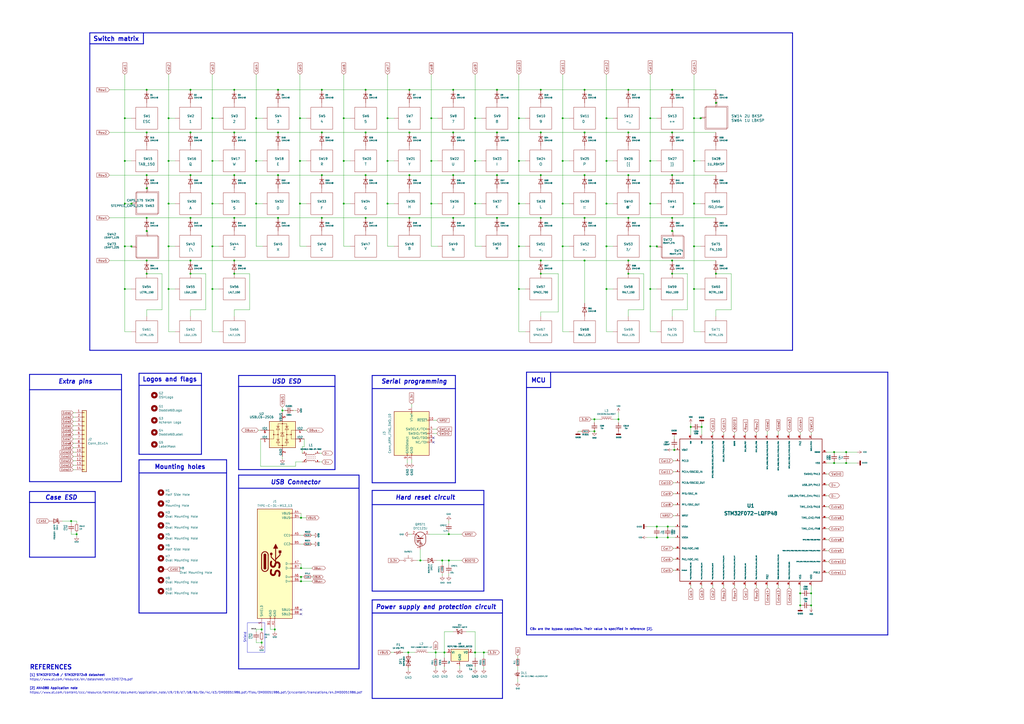
<source format=kicad_sch>
(kicad_sch (version 20230121) (generator eeschema)
  (paper "A2")
  (title_block (title "Doddle60") (date "2019-11-11") (rev "pre-Alpha") (company "Designed by Gondolindrim") (comment 1 "In partnership with Jae@TopClack"))
  (junction (at 313.69 76.835))
  (junction (at 97.79 118.11))
  (junction (at 224.79 68.58))
  (junction (at 76.2 142.875))
  (junction (at 313.69 126.365))
  (junction (at 148.59 93.345))
  (junction (at 387.35 305.435))
  (junction (at 377.19 118.11))
  (junction (at 288.29 76.835))
  (junction (at 85.09 126.365))
  (junction (at 339.09 76.835))
  (junction (at 85.09 133.985))
  (junction (at 288.29 52.07))
  (junction (at 364.49 126.365))
  (junction (at 123.19 93.345))
  (junction (at 326.39 68.58))
  (junction (at 470.535 351.155))
  (junction (at 148.59 68.58))
  (junction (at 275.59 378.46))
  (junction (at 186.69 101.6))
  (junction (at 364.49 151.13))
  (junction (at 351.79 93.345))
  (junction (at 174.625 300.355))
  (junction (at 262.89 76.835))
  (junction (at 186.69 76.835))
  (junction (at 464.185 351.155))
  (junction (at 364.49 158.75))
  (junction (at 161.29 126.365))
  (junction (at 300.99 93.345))
  (junction (at 351.79 167.64))
  (junction (at 148.59 118.11))
  (junction (at 389.89 76.835))
  (junction (at 415.29 158.75))
  (junction (at 339.09 126.365))
  (junction (at 407.035 247.65))
  (junction (at 402.59 118.11))
  (junction (at 344.805 243.205))
  (junction (at 135.89 52.07))
  (junction (at 339.09 101.6))
  (junction (at 351.79 68.58))
  (junction (at 97.79 142.875))
  (junction (at 110.49 151.13))
  (junction (at 415.29 59.69))
  (junction (at 402.59 167.64))
  (junction (at 351.79 118.11))
  (junction (at 110.49 158.75))
  (junction (at 490.855 268.605))
  (junction (at 135.89 101.6))
  (junction (at 260.35 309.88))
  (junction (at 186.69 52.07))
  (junction (at 212.09 101.6))
  (junction (at 174.625 334.645))
  (junction (at 389.89 133.985))
  (junction (at 110.49 52.07))
  (junction (at 110.49 76.835))
  (junction (at 72.39 167.64))
  (junction (at 406.4 68.58))
  (junction (at 85.09 101.6))
  (junction (at 377.19 68.58))
  (junction (at 402.59 68.58))
  (junction (at 72.39 142.875))
  (junction (at 85.09 109.22))
  (junction (at 186.69 126.365))
  (junction (at 483.87 268.605))
  (junction (at 275.59 68.58))
  (junction (at 173.99 93.345))
  (junction (at 464.185 344.17))
  (junction (at 387.35 311.785))
  (junction (at 490.855 262.255))
  (junction (at 250.19 118.11))
  (junction (at 110.49 101.6))
  (junction (at 72.39 68.58))
  (junction (at 236.855 378.46))
  (junction (at 135.89 158.75))
  (junction (at 85.09 76.835))
  (junction (at 389.89 158.75))
  (junction (at 237.49 126.365))
  (junction (at 313.69 52.07))
  (junction (at 97.79 93.345))
  (junction (at 300.99 167.64))
  (junction (at 224.79 93.345))
  (junction (at 151.765 372.745))
  (junction (at 174.625 329.565))
  (junction (at 275.59 93.345))
  (junction (at 212.09 52.07))
  (junction (at 377.19 167.64))
  (junction (at 237.49 52.07))
  (junction (at 326.39 118.11))
  (junction (at 161.29 101.6))
  (junction (at 151.765 365.125))
  (junction (at 364.49 76.835))
  (junction (at 275.59 118.11))
  (junction (at 313.69 158.75))
  (junction (at 381 142.875))
  (junction (at 470.535 344.17))
  (junction (at 250.19 93.345))
  (junction (at 161.29 52.07))
  (junction (at 262.89 101.6))
  (junction (at 76.2 118.11))
  (junction (at 280.67 378.46))
  (junction (at 389.89 101.6))
  (junction (at 364.49 52.07))
  (junction (at 199.39 93.345))
  (junction (at 257.81 378.46))
  (junction (at 161.29 76.835))
  (junction (at 262.89 52.07))
  (junction (at 97.79 68.58))
  (junction (at 85.09 158.75))
  (junction (at 237.49 101.6))
  (junction (at 135.89 151.13))
  (junction (at 483.87 262.255))
  (junction (at 358.775 243.205))
  (junction (at 256.54 325.12))
  (junction (at 41.275 302.26))
  (junction (at 44.45 309.88))
  (junction (at 252.73 378.46))
  (junction (at 159.385 365.125))
  (junction (at 174.625 337.185))
  (junction (at 313.69 151.13))
  (junction (at 123.19 68.58))
  (junction (at 123.19 167.64))
  (junction (at 163.83 238.125))
  (junction (at 85.09 52.07))
  (junction (at 85.09 151.13))
  (junction (at 339.09 151.13))
  (junction (at 288.29 101.6))
  (junction (at 300.99 118.11))
  (junction (at 313.69 101.6))
  (junction (at 300.99 68.58))
  (junction (at 110.49 126.365))
  (junction (at 224.79 118.11))
  (junction (at 381 305.435))
  (junction (at 389.89 52.07))
  (junction (at 402.59 93.345))
  (junction (at 391.16 260.985))
  (junction (at 377.19 142.875))
  (junction (at 351.79 142.875))
  (junction (at 364.49 101.6))
  (junction (at 123.19 118.11))
  (junction (at 260.35 325.12))
  (junction (at 199.39 68.58))
  (junction (at 402.59 142.875))
  (junction (at 288.29 126.365))
  (junction (at 389.89 126.365))
  (junction (at 300.99 142.875))
  (junction (at 123.19 142.875))
  (junction (at 377.19 93.345))
  (junction (at 97.79 167.64))
  (junction (at 262.89 126.365))
  (junction (at 135.89 76.835))
  (junction (at 173.99 68.58))
  (junction (at 173.99 118.11))
  (junction (at 212.09 126.365))
  (junction (at 250.19 68.58))
  (junction (at 381 311.785))
  (junction (at 243.84 325.12))
  (junction (at 237.49 76.835))
  (junction (at 326.39 93.345))
  (junction (at 326.39 142.875))
  (junction (at 339.09 52.07))
  (junction (at 389.89 151.13))
  (junction (at 135.89 126.365))
  (junction (at 212.09 76.835))
  (junction (at 72.39 93.345))
  (junction (at 344.805 250.19))
  (junction (at 400.685 247.65))
  (junction (at 72.39 118.11))
  (junction (at 199.39 118.11))
  (no_connect (at 251.46 254))
  (no_connect (at 174.625 353.695))
  (no_connect (at 251.46 256.54))
  (no_connect (at 174.625 356.235))
  (wire (pts (xy 381 192.405) (xy 377.19 192.405)))
  (wire (pts (xy 381 142.875) (xy 381 143.51)))
  (wire (pts (xy 364.49 179.705) (xy 373.38 179.705)))
  (wire (pts (xy 72.39 43.18) (xy 72.39 68.58)))
  (wire (pts (xy 248.285 378.46) (xy 252.73 378.46)))
  (wire (pts (xy 63.5 52.07) (xy 85.09 52.07)))
  (wire (pts (xy 339.09 126.365) (xy 364.49 126.365)))
  (polyline (pts (xy 208.28 275.59) (xy 138.43 275.59)) (stroke (width 0.508)))
  (wire (pts (xy 275.59 118.11) (xy 275.59 142.875)))
  (wire (pts (xy 151.765 365.125) (xy 148.59 365.125)))
  (wire (pts (xy 391.795 311.785) (xy 387.35 311.785)))
  (wire (pts (xy 254 93.345) (xy 250.19 93.345)))
  (wire (pts (xy 177.8 142.875) (xy 173.99 142.875)))
  (wire (pts (xy 110.49 151.13) (xy 135.89 151.13)))
  (wire (pts (xy 260.35 308.61) (xy 260.35 309.88)))
  (wire (pts (xy 148.59 68.58) (xy 148.59 93.345)))
  (wire (pts (xy 135.89 151.13) (xy 313.69 151.13)))
  (wire (pts (xy 330.2 142.875) (xy 326.39 142.875)))
  (wire (pts (xy 480.695 294.005) (xy 479.425 294.005)))
  (wire (pts (xy 177.8 118.11) (xy 173.99 118.11)))
  (wire (pts (xy 304.8 167.64) (xy 300.99 167.64)))
  (wire (pts (xy 330.2 192.405) (xy 326.39 192.405)))
  (wire (pts (xy 186.69 101.6) (xy 212.09 101.6)))
  (wire (pts (xy 173.99 68.58) (xy 173.99 93.345)))
  (wire (pts (xy 464.185 339.725) (xy 464.185 344.17)))
  (wire (pts (xy 119.38 158.75) (xy 110.49 158.75)))
  (wire (pts (xy 398.78 158.75) (xy 389.89 158.75)))
  (wire (pts (xy 445.135 250.19) (xy 445.135 252.095)))
  (wire (pts (xy 43.815 244.475) (xy 42.545 244.475)))
  (wire (pts (xy 377.19 43.18) (xy 377.19 68.58)))
  (wire (pts (xy 41.275 309.88) (xy 44.45 309.88)))
  (wire (pts (xy 377.19 93.345) (xy 377.19 118.11)))
  (wire (pts (xy 260.35 303.53) (xy 260.35 302.26)))
  (wire (pts (xy 101.6 118.11) (xy 97.79 118.11)))
  (wire (pts (xy 203.2 118.11) (xy 199.39 118.11)))
  (wire (pts (xy 228.6 142.875) (xy 224.79 142.875)))
  (wire (pts (xy 85.09 101.6) (xy 110.49 101.6)))
  (polyline (pts (xy 215.9 284.48) (xy 215.9 342.9)) (stroke (width 0.508)))
  (wire (pts (xy 238.76 236.22) (xy 238.76 234.315)))
  (wire (pts (xy 144.78 158.75) (xy 135.89 158.75)))
  (wire (pts (xy 470.535 344.17) (xy 469.9 344.17)))
  (polyline (pts (xy 153.67 361.315) (xy 153.67 378.46)))
  (wire (pts (xy 174.625 334.645) (xy 174.625 337.185)))
  (wire (pts (xy 63.5 126.365) (xy 85.09 126.365)))
  (wire (pts (xy 256.54 325.12) (xy 260.35 325.12)))
  (wire (pts (xy 390.525 330.835) (xy 391.795 330.835)))
  (wire (pts (xy 228.6 93.345) (xy 224.79 93.345)))
  (wire (pts (xy 233.68 378.46) (xy 236.855 378.46)))
  (wire (pts (xy 199.39 68.58) (xy 199.39 93.345)))
  (wire (pts (xy 483.87 262.255) (xy 490.855 262.255)))
  (polyline (pts (xy 305.435 368.3) (xy 305.435 215.9)) (stroke (width 0.508)))
  (wire (pts (xy 266.7 386.08) (xy 266.7 387.985)))
  (wire (pts (xy 424.18 158.75) (xy 415.29 158.75)))
  (wire (pts (xy 177.8 249.555) (xy 176.53 249.555)))
  (polyline (pts (xy 143.51 378.46) (xy 143.51 361.315)))
  (polyline (pts (xy 514.985 368.3) (xy 305.435 368.3)) (stroke (width 0.508)))
  (wire (pts (xy 375.285 305.435) (xy 381 305.435)))
  (wire (pts (xy 275.59 378.46) (xy 280.67 378.46)))
  (wire (pts (xy 407.035 340.995) (xy 407.035 339.725)))
  (wire (pts (xy 148.59 371.475) (xy 148.59 372.745)))
  (wire (pts (xy 110.49 179.705) (xy 119.38 179.705)))
  (wire (pts (xy 259.08 378.46) (xy 257.81 378.46)))
  (wire (pts (xy 251.46 248.92) (xy 253.365 248.92)))
  (wire (pts (xy 85.725 133.985) (xy 85.725 134.62)))
  (wire (pts (xy 355.6 167.64) (xy 351.79 167.64)))
  (wire (pts (xy 163.83 266.065) (xy 163.83 264.795)))
  (wire (pts (xy 85.09 52.07) (xy 110.49 52.07)))
  (wire (pts (xy 76.2 93.345) (xy 72.39 93.345)))
  (wire (pts (xy 63.5 151.13) (xy 85.09 151.13)))
  (wire (pts (xy 483.87 268.605) (xy 483.87 267.97)))
  (wire (pts (xy 387.35 305.435) (xy 387.35 306.07)))
  (wire (pts (xy 152.4 68.58) (xy 148.59 68.58)))
  (wire (pts (xy 490.855 262.255) (xy 490.855 262.89)))
  (wire (pts (xy 377.19 68.58) (xy 377.19 93.345)))
  (polyline (pts (xy 80.645 216.535) (xy 116.84 216.535)) (stroke (width 0.508)))
  (wire (pts (xy 171.45 267.97) (xy 175.26 267.97)))
  (wire (pts (xy 406.4 118.11) (xy 402.59 118.11)))
  (wire (pts (xy 304.8 142.875) (xy 300.99 142.875)))
  (wire (pts (xy 364.49 101.6) (xy 389.89 101.6)))
  (wire (pts (xy 300.99 43.18) (xy 300.99 68.58)))
  (wire (pts (xy 250.19 93.345) (xy 250.19 118.11)))
  (polyline (pts (xy 17.145 279.4) (xy 70.485 279.4)) (stroke (width 0.508)))
  (wire (pts (xy 313.69 76.835) (xy 339.09 76.835)))
  (wire (pts (xy 381 311.15) (xy 381 311.785)))
  (wire (pts (xy 72.39 118.11) (xy 72.39 142.875)))
  (wire (pts (xy 177.8 300.355) (xy 174.625 300.355)))
  (wire (pts (xy 85.09 151.13) (xy 110.49 151.13)))
  (wire (pts (xy 236.855 378.46) (xy 240.665 378.46)))
  (wire (pts (xy 364.49 179.705) (xy 364.49 183.515)))
  (wire (pts (xy 256.54 334.01) (xy 256.54 332.74)))
  (wire (pts (xy 313.69 158.75) (xy 323.85 158.75)))
  (wire (pts (xy 237.49 126.365) (xy 262.89 126.365)))
  (polyline (pts (xy 280.67 342.9) (xy 215.9 342.9)) (stroke (width 0.508)))
  (wire (pts (xy 135.89 52.07) (xy 161.29 52.07)))
  (wire (pts (xy 304.8 93.345) (xy 300.99 93.345)))
  (wire (pts (xy 342.9 243.205) (xy 344.805 243.205)))
  (wire (pts (xy 469.9 351.155) (xy 470.535 351.155)))
  (polyline (pts (xy 80.645 223.52) (xy 116.84 223.52)) (stroke (width 0.508)))
  (polyline (pts (xy 305.435 224.79) (xy 319.405 224.79)) (stroke (width 0.508)))
  (wire (pts (xy 391.795 305.435) (xy 387.35 305.435)))
  (wire (pts (xy 402.59 93.345) (xy 402.59 68.58)))
  (wire (pts (xy 480.695 300.355) (xy 479.425 300.355)))
  (wire (pts (xy 76.2 192.405) (xy 72.39 192.405)))
  (polyline (pts (xy 70.485 217.17) (xy 17.145 217.17)) (stroke (width 0.508)))
  (wire (pts (xy 406.4 68.58) (xy 402.59 68.58)))
  (wire (pts (xy 470.535 344.17) (xy 470.535 351.155)))
  (wire (pts (xy 381 305.435) (xy 387.35 305.435)))
  (wire (pts (xy 464.185 351.155) (xy 464.82 351.155)))
  (wire (pts (xy 85.09 179.705) (xy 93.98 179.705)))
  (wire (pts (xy 97.79 43.18) (xy 97.79 68.58)))
  (wire (pts (xy 402.59 118.11) (xy 402.59 142.875)))
  (wire (pts (xy 464.185 344.17) (xy 464.82 344.17)))
  (wire (pts (xy 480.695 319.405) (xy 479.425 319.405)))
  (wire (pts (xy 212.09 126.365) (xy 237.49 126.365)))
  (wire (pts (xy 313.69 126.365) (xy 339.09 126.365)))
  (wire (pts (xy 177.8 68.58) (xy 173.99 68.58)))
  (wire (pts (xy 415.925 59.69) (xy 415.29 59.69)))
  (wire (pts (xy 110.49 101.6) (xy 135.89 101.6)))
  (wire (pts (xy 174.625 315.595) (xy 175.895 315.595)))
  (wire (pts (xy 123.19 93.345) (xy 123.19 118.11)))
  (wire (pts (xy 400.685 245.745) (xy 400.685 247.65)))
  (wire (pts (xy 123.19 142.875) (xy 123.19 167.64)))
  (wire (pts (xy 199.39 118.11) (xy 199.39 142.875)))
  (polyline (pts (xy 264.16 217.805) (xy 264.16 280.035)) (stroke (width 0.508)))
  (wire (pts (xy 415.29 183.515) (xy 415.29 179.705)))
  (wire (pts (xy 279.4 93.345) (xy 275.59 93.345)))
  (wire (pts (xy 391.16 254.635) (xy 391.16 253.365)))
  (wire (pts (xy 400.685 252.095) (xy 400.685 247.65)))
  (wire (pts (xy 288.29 52.07) (xy 313.69 52.07)))
  (wire (pts (xy 464.185 352.425) (xy 464.185 351.155)))
  (wire (pts (xy 339.09 151.13) (xy 364.49 151.13)))
  (wire (pts (xy 413.385 250.825) (xy 413.385 252.095)))
  (polyline (pts (xy 138.43 272.415) (xy 194.31 272.415)) (stroke (width 0.508)))
  (wire (pts (xy 413.385 340.995) (xy 413.385 339.725)))
  (wire (pts (xy 176.53 254.635) (xy 176.53 259.08)))
  (wire (pts (xy 400.685 247.65) (xy 401.32 247.65)))
  (wire (pts (xy 123.19 68.58) (xy 123.19 93.345)))
  (polyline (pts (xy 17.145 285.115) (xy 17.145 323.215)) (stroke (width 0.508)))
  (wire (pts (xy 419.735 250.825) (xy 419.735 252.095)))
  (wire (pts (xy 161.29 76.835) (xy 186.69 76.835)))
  (wire (pts (xy 390.525 133.985) (xy 389.89 133.985)))
  (wire (pts (xy 406.4 142.875) (xy 402.59 142.875)))
  (polyline (pts (xy 138.43 224.155) (xy 194.31 224.155)) (stroke (width 0.508)))
  (wire (pts (xy 480.695 313.055) (xy 479.425 313.055)))
  (wire (pts (xy 44.45 302.26) (xy 44.45 303.53)))
  (wire (pts (xy 390.525 286.385) (xy 391.795 286.385)))
  (wire (pts (xy 407.035 252.095) (xy 407.035 247.65)))
  (wire (pts (xy 402.59 68.58) (xy 402.59 43.18)))
  (wire (pts (xy 110.49 52.07) (xy 135.89 52.07)))
  (wire (pts (xy 389.89 126.365) (xy 415.29 126.365)))
  (wire (pts (xy 101.6 167.64) (xy 97.79 167.64)))
  (wire (pts (xy 186.69 126.365) (xy 212.09 126.365)))
  (wire (pts (xy 275.59 43.18) (xy 275.59 68.58)))
  (wire (pts (xy 381 118.11) (xy 377.19 118.11)))
  (wire (pts (xy 93.98 179.705) (xy 93.98 158.75)))
  (wire (pts (xy 101.6 142.875) (xy 97.79 142.875)))
  (wire (pts (xy 76.2 142.875) (xy 72.39 142.875)))
  (wire (pts (xy 250.19 68.58) (xy 250.19 93.345)))
  (polyline (pts (xy 215.9 225.425) (xy 264.16 225.425)) (stroke (width 0.508)))
  (wire (pts (xy 406.4 93.345) (xy 402.59 93.345)))
  (wire (pts (xy 390.525 134.62) (xy 390.525 133.985)))
  (wire (pts (xy 402.59 167.64) (xy 402.59 192.405)))
  (wire (pts (xy 173.99 118.11) (xy 173.99 142.875)))
  (wire (pts (xy 135.89 101.6) (xy 161.29 101.6)))
  (wire (pts (xy 407.035 247.65) (xy 406.4 247.65)))
  (wire (pts (xy 275.59 68.58) (xy 275.59 93.345)))
  (wire (pts (xy 199.39 43.18) (xy 199.39 68.58)))
  (polyline (pts (xy 215.9 284.48) (xy 280.67 284.48)) (stroke (width 0.508)))
  (wire (pts (xy 135.89 76.835) (xy 161.29 76.835)))
  (wire (pts (xy 402.59 118.11) (xy 402.59 93.345)))
  (wire (pts (xy 257.81 378.46) (xy 257.81 381.635)))
  (polyline (pts (xy 215.9 217.805) (xy 264.16 217.805)) (stroke (width 0.508)))
  (wire (pts (xy 228.6 118.11) (xy 224.79 118.11)))
  (wire (pts (xy 174.625 327.025) (xy 174.625 329.565)))
  (wire (pts (xy 174.625 310.515) (xy 175.895 310.515)))
  (wire (pts (xy 390.525 318.135) (xy 391.795 318.135)))
  (wire (pts (xy 228.6 68.58) (xy 224.79 68.58)))
  (wire (pts (xy 257.81 366.395) (xy 262.89 366.395)))
  (wire (pts (xy 76.2 68.58) (xy 72.39 68.58)))
  (wire (pts (xy 323.85 158.75) (xy 323.85 180.975)))
  (polyline (pts (xy 55.245 285.115) (xy 55.245 323.215)) (stroke (width 0.508)))
  (wire (pts (xy 85.09 108.585) (xy 85.09 109.22)))
  (wire (pts (xy 43.815 264.795) (xy 42.545 264.795)))
  (wire (pts (xy 185.42 267.97) (xy 186.69 267.97)))
  (wire (pts (xy 101.6 68.58) (xy 97.79 68.58)))
  (wire (pts (xy 288.29 76.835) (xy 313.69 76.835)))
  (wire (pts (xy 313.69 101.6) (xy 339.09 101.6)))
  (wire (pts (xy 339.09 76.835) (xy 364.49 76.835)))
  (wire (pts (xy 470.535 339.725) (xy 470.535 344.17)))
  (wire (pts (xy 451.485 250.19) (xy 451.485 252.095)))
  (wire (pts (xy 339.09 175.895) (xy 339.09 151.13)))
  (wire (pts (xy 42.545 267.335) (xy 43.815 267.335)))
  (wire (pts (xy 44.45 309.88) (xy 44.45 311.15)))
  (wire (pts (xy 381 93.345) (xy 377.19 93.345)))
  (wire (pts (xy 304.8 192.405) (xy 300.99 192.405)))
  (wire (pts (xy 300.99 68.58) (xy 300.99 93.345)))
  (wire (pts (xy 97.79 118.11) (xy 97.79 142.875)))
  (wire (pts (xy 377.19 118.11) (xy 377.19 142.875)))
  (wire (pts (xy 479.425 268.605) (xy 483.87 268.605)))
  (polyline (pts (xy 131.445 266.7) (xy 131.445 355.6)) (stroke (width 0.508)))
  (wire (pts (xy 326.39 93.345) (xy 326.39 118.11)))
  (wire (pts (xy 43.815 269.875) (xy 42.545 269.875)))
  (wire (pts (xy 42.545 241.935) (xy 43.815 241.935)))
  (wire (pts (xy 407.035 67.945) (xy 407.035 68.58)))
  (wire (pts (xy 236.855 387.35) (xy 236.855 388.62)))
  (polyline (pts (xy 17.145 291.465) (xy 55.245 291.465)) (stroke (width 0.508)))
  (wire (pts (xy 390.525 324.485) (xy 391.795 324.485)))
  (wire (pts (xy 326.39 43.18) (xy 326.39 68.58)))
  (wire (pts (xy 280.67 378.46) (xy 283.21 378.46)))
  (wire (pts (xy 355.6 192.405) (xy 351.79 192.405)))
  (polyline (pts (xy 459.74 19.05) (xy 459.74 203.2)) (stroke (width 0.508)))
  (polyline (pts (xy 138.43 275.59) (xy 138.43 387.985)) (stroke (width 0.508)))
  (wire (pts (xy 464.185 250.825) (xy 464.185 252.095)))
  (wire (pts (xy 432.435 340.995) (xy 432.435 339.725)))
  (wire (pts (xy 377.19 142.875) (xy 377.19 167.64)))
  (wire (pts (xy 438.785 340.995) (xy 438.785 339.725)))
  (wire (pts (xy 186.69 52.07) (xy 212.09 52.07)))
  (wire (pts (xy 236.855 379.73) (xy 236.855 378.46)))
  (wire (pts (xy 175.895 334.645) (xy 174.625 334.645)))
  (polyline (pts (xy 80.645 355.6) (xy 80.645 266.7)) (stroke (width 0.508)))
  (polyline (pts (xy 52.07 203.2) (xy 459.74 203.2)) (stroke (width 0.508)))
  (wire (pts (xy 127 192.405) (xy 123.19 192.405)))
  (wire (pts (xy 174.625 297.815) (xy 174.625 300.355)))
  (wire (pts (xy 174.625 337.185) (xy 180.975 337.185)))
  (wire (pts (xy 330.2 93.345) (xy 326.39 93.345)))
  (wire (pts (xy 151.765 365.125) (xy 151.765 366.395)))
  (wire (pts (xy 44.45 309.88) (xy 44.45 308.61)))
  (wire (pts (xy 76.2 143.51) (xy 76.835 143.51)))
  (wire (pts (xy 42.545 247.015) (xy 43.815 247.015)))
  (wire (pts (xy 257.81 386.715) (xy 257.81 387.985)))
  (wire (pts (xy 224.79 68.58) (xy 224.79 93.345)))
  (wire (pts (xy 163.83 236.22) (xy 163.83 238.125)))
  (wire (pts (xy 470.535 352.425) (xy 470.535 351.155)))
  (wire (pts (xy 490.855 268.605) (xy 497.205 268.605)))
  (wire (pts (xy 135.89 179.705) (xy 144.78 179.705)))
  (wire (pts (xy 151.765 363.855) (xy 151.765 365.125)))
  (wire (pts (xy 72.39 93.345) (xy 72.39 118.11)))
  (wire (pts (xy 254 68.58) (xy 250.19 68.58)))
  (wire (pts (xy 355.6 142.875) (xy 351.79 142.875)))
  (wire (pts (xy 63.5 101.6) (xy 85.09 101.6)))
  (wire (pts (xy 203.2 142.875) (xy 199.39 142.875)))
  (polyline (pts (xy 215.9 217.805) (xy 215.9 280.035)) (stroke (width 0.508)))
  (polyline (pts (xy 138.43 283.21) (xy 208.28 283.21)) (stroke (width 0.508)))
  (wire (pts (xy 110.49 126.365) (xy 135.89 126.365)))
  (wire (pts (xy 381 142.875) (xy 377.19 142.875)))
  (wire (pts (xy 135.89 126.365) (xy 161.29 126.365)))
  (wire (pts (xy 480.695 274.955) (xy 479.425 274.955)))
  (polyline (pts (xy 280.67 284.48) (xy 280.67 342.9)) (stroke (width 0.508)))
  (wire (pts (xy 342.265 250.19) (xy 344.805 250.19)))
  (polyline (pts (xy 153.67 378.46) (xy 143.51 378.46)))
  (wire (pts (xy 42.545 239.395) (xy 43.815 239.395)))
  (wire (pts (xy 262.89 76.835) (xy 288.29 76.835)))
  (wire (pts (xy 330.2 118.11) (xy 326.39 118.11)))
  (wire (pts (xy 364.49 151.13) (xy 389.89 151.13)))
  (wire (pts (xy 85.725 133.985) (xy 85.09 133.985)))
  (wire (pts (xy 237.49 52.07) (xy 262.89 52.07)))
  (wire (pts (xy 337.185 250.19) (xy 335.28 250.19)))
  (wire (pts (xy 76.2 167.64) (xy 72.39 167.64)))
  (wire (pts (xy 424.18 179.705) (xy 424.18 158.75)))
  (wire (pts (xy 156.845 365.125) (xy 159.385 365.125)))
  (wire (pts (xy 41.275 303.53) (xy 41.275 302.26)))
  (wire (pts (xy 161.29 101.6) (xy 186.69 101.6)))
  (wire (pts (xy 248.92 309.88) (xy 260.35 309.88)))
  (wire (pts (xy 250.19 43.18) (xy 250.19 68.58)))
  (wire (pts (xy 161.29 126.365) (xy 186.69 126.365)))
  (wire (pts (xy 253.365 251.46) (xy 251.46 251.46)))
  (wire (pts (xy 389.89 151.13) (xy 415.29 151.13)))
  (wire (pts (xy 407.035 245.745) (xy 407.035 247.65)))
  (polyline (pts (xy 208.28 387.985) (xy 208.28 275.59)) (stroke (width 0.508)))
  (wire (pts (xy 313.69 52.07) (xy 339.09 52.07)))
  (wire (pts (xy 85.09 126.365) (xy 110.49 126.365)))
  (wire (pts (xy 300.99 167.64) (xy 300.99 192.405)))
  (wire (pts (xy 224.79 43.18) (xy 224.79 68.58)))
  (wire (pts (xy 212.09 101.6) (xy 237.49 101.6)))
  (wire (pts (xy 123.19 167.64) (xy 123.19 192.405)))
  (wire (pts (xy 480.695 332.105) (xy 479.425 332.105)))
  (wire (pts (xy 445.135 340.995) (xy 445.135 339.725)))
  (wire (pts (xy 260.35 334.01) (xy 260.35 332.74)))
  (wire (pts (xy 355.6 243.205) (xy 358.775 243.205)))
  (wire (pts (xy 85.09 183.515) (xy 85.09 179.705)))
  (wire (pts (xy 389.89 179.705) (xy 389.89 183.515)))
  (polyline (pts (xy 291.465 405.13) (xy 215.9 405.13)) (stroke (width 0.508)))
  (wire (pts (xy 326.39 118.11) (xy 326.39 142.875)))
  (wire (pts (xy 451.485 340.995) (xy 451.485 339.725)))
  (wire (pts (xy 238.76 266.7) (xy 238.76 268.605)))
  (wire (pts (xy 224.79 93.345) (xy 224.79 118.11)))
  (wire (pts (xy 123.19 43.18) (xy 123.19 68.58)))
  (wire (pts (xy 415.925 59.055) (xy 415.925 59.69)))
  (wire (pts (xy 119.38 179.705) (xy 119.38 158.75)))
  (wire (pts (xy 97.79 68.58) (xy 97.79 93.345)))
  (wire (pts (xy 161.29 52.07) (xy 186.69 52.07)))
  (wire (pts (xy 330.2 68.58) (xy 326.39 68.58)))
  (wire (pts (xy 326.39 142.875) (xy 326.39 192.405)))
  (wire (pts (xy 480.695 325.755) (xy 479.425 325.755)))
  (wire (pts (xy 236.22 266.7) (xy 236.22 268.605)))
  (wire (pts (xy 127 167.64) (xy 123.19 167.64)))
  (wire (pts (xy 339.09 52.07) (xy 364.49 52.07)))
  (wire (pts (xy 110.49 179.705) (xy 110.49 183.515)))
  (wire (pts (xy 390.525 292.735) (xy 391.795 292.735)))
  (wire (pts (xy 97.79 167.64) (xy 97.79 192.405)))
  (wire (pts (xy 199.39 93.345) (xy 199.39 118.11)))
  (wire (pts (xy 203.2 93.345) (xy 199.39 93.345)))
  (wire (pts (xy 165.1 238.125) (xy 163.83 238.125)))
  (wire (pts (xy 480.695 281.305) (xy 479.425 281.305)))
  (polyline (pts (xy 70.485 279.4) (xy 70.485 217.17)) (stroke (width 0.508)))
  (wire (pts (xy 171.45 270.51) (xy 171.45 267.97)))
  (wire (pts (xy 256.54 325.12) (xy 256.54 327.66)))
  (polyline (pts (xy 143.51 361.315) (xy 153.67 361.315)))
  (wire (pts (xy 97.79 142.875) (xy 97.79 167.64)))
  (wire (pts (xy 152.4 118.11) (xy 148.59 118.11)))
  (polyline (pts (xy 116.84 216.535) (xy 116.84 263.525)) (stroke (width 0.508)))
  (wire (pts (xy 212.09 52.07) (xy 237.49 52.07)))
  (wire (pts (xy 457.835 250.825) (xy 457.835 252.095)))
  (wire (pts (xy 351.79 43.18) (xy 351.79 68.58)))
  (wire (pts (xy 373.38 158.75) (xy 364.49 158.75)))
  (wire (pts (xy 358.775 243.205) (xy 358.775 245.11)))
  (wire (pts (xy 406.4 167.64) (xy 402.59 167.64)))
  (wire (pts (xy 72.39 142.875) (xy 72.39 167.64)))
  (wire (pts (xy 76.2 118.11) (xy 72.39 118.11)))
  (wire (pts (xy 483.87 268.605) (xy 490.855 268.605)))
  (wire (pts (xy 42.545 272.415) (xy 43.815 272.415)))
  (wire (pts (xy 390.525 267.335) (xy 391.795 267.335)))
  (wire (pts (xy 180.975 310.515) (xy 181.61 310.515)))
  (wire (pts (xy 257.81 366.395) (xy 257.81 378.46)))
  (wire (pts (xy 76.835 118.11) (xy 76.2 118.11)))
  (wire (pts (xy 260.35 325.12) (xy 260.35 327.66)))
  (polyline (pts (xy 514.985 215.9) (xy 514.985 368.3)) (stroke (width 0.508)))
  (wire (pts (xy 173.99 93.345) (xy 173.99 118.11)))
  (wire (pts (xy 97.79 93.345) (xy 97.79 118.11)))
  (wire (pts (xy 381 143.51) (xy 381.635 143.51)))
  (wire (pts (xy 490.855 262.255) (xy 497.205 262.255)))
  (wire (pts (xy 260.35 309.88) (xy 267.97 309.88)))
  (wire (pts (xy 85.725 108.585) (xy 85.09 108.585)))
  (wire (pts (xy 326.39 68.58) (xy 326.39 93.345)))
  (wire (pts (xy 391.16 260.985) (xy 391.16 259.715)))
  (wire (pts (xy 364.49 76.835) (xy 389.89 76.835)))
  (wire (pts (xy 151.13 249.555) (xy 149.86 249.555)))
  (wire (pts (xy 151.765 372.745) (xy 151.765 371.475)))
  (wire (pts (xy 381 305.435) (xy 381 306.07)))
  (wire (pts (xy 426.085 340.995) (xy 426.085 339.725)))
  (wire (pts (xy 43.815 259.715) (xy 42.545 259.715)))
  (wire (pts (xy 63.5 76.835) (xy 85.09 76.835)))
  (wire (pts (xy 237.49 101.6) (xy 262.89 101.6)))
  (wire (pts (xy 127 142.875) (xy 123.19 142.875)))
  (wire (pts (xy 432.435 250.825) (xy 432.435 252.095)))
  (polyline (pts (xy 17.145 217.17) (xy 17.145 279.4)) (stroke (width 0.508)))
  (polyline (pts (xy 131.445 274.32) (xy 131.445 273.685)))
  (wire (pts (xy 127 68.58) (xy 123.19 68.58)))
  (wire (pts (xy 42.545 262.255) (xy 43.815 262.255)))
  (wire (pts (xy 470.535 250.825) (xy 470.535 252.095)))
  (wire (pts (xy 159.385 365.125) (xy 159.385 363.855)))
  (wire (pts (xy 101.6 192.405) (xy 97.79 192.405)))
  (wire (pts (xy 152.4 142.875) (xy 148.59 142.875)))
  (wire (pts (xy 270.51 366.395) (xy 275.59 366.395)))
  (wire (pts (xy 252.73 376.555) (xy 252.73 378.46)))
  (wire (pts (xy 364.49 52.07) (xy 389.89 52.07)))
  (wire (pts (xy 180.975 315.595) (xy 181.61 315.595)))
  (wire (pts (xy 275.59 366.395) (xy 275.59 378.46)))
  (wire (pts (xy 398.78 179.705) (xy 398.78 158.75)))
  (wire (pts (xy 313.69 180.975) (xy 323.85 180.975)))
  (wire (pts (xy 344.805 245.11) (xy 344.805 243.205)))
  (polyline (pts (xy 17.145 285.115) (xy 55.245 285.115)) (stroke (width 0.508)))
  (wire (pts (xy 358.775 243.205) (xy 358.775 239.395)))
  (wire (pts (xy 43.815 249.555) (xy 42.545 249.555)))
  (wire (pts (xy 389.89 260.985) (xy 391.16 260.985)))
  (wire (pts (xy 241.935 325.12) (xy 243.84 325.12)))
  (wire (pts (xy 175.26 259.08) (xy 175.26 262.89)))
  (wire (pts (xy 351.79 68.58) (xy 351.79 93.345)))
  (wire (pts (xy 381 167.64) (xy 377.19 167.64)))
  (wire (pts (xy 415.29 179.705) (xy 424.18 179.705)))
  (wire (pts (xy 275.59 142.875) (xy 279.4 142.875)))
  (wire (pts (xy 170.18 238.125) (xy 171.45 238.125)))
  (polyline (pts (xy 215.9 355.6) (xy 291.465 355.6)) (stroke (width 0.508)))
  (wire (pts (xy 300.99 93.345) (xy 300.99 118.11)))
  (wire (pts (xy 174.625 329.565) (xy 180.975 329.565)))
  (polyline (pts (xy 52.07 19.05) (xy 52.07 203.2)) (stroke (width 0.508)))
  (polyline (pts (xy 194.31 217.805) (xy 138.43 217.805)) (stroke (width 0.508)))
  (wire (pts (xy 148.59 43.18) (xy 148.59 68.58)))
  (wire (pts (xy 151.765 372.745) (xy 151.765 374.015)))
  (wire (pts (xy 313.69 180.975) (xy 313.69 183.515)))
  (wire (pts (xy 42.545 252.095) (xy 43.815 252.095)))
  (polyline (pts (xy 80.645 263.525) (xy 116.84 263.525)) (stroke (width 0.508)))
  (wire (pts (xy 280.67 378.46) (xy 280.67 381.635)))
  (wire (pts (xy 280.67 386.715) (xy 280.67 387.985)))
  (wire (pts (xy 243.84 318.77) (xy 243.84 325.12)))
  (wire (pts (xy 252.73 378.46) (xy 252.73 381.635)))
  (wire (pts (xy 351.79 118.11) (xy 351.79 142.875)))
  (polyline (pts (xy 215.9 347.98) (xy 291.465 347.98)) (stroke (width 0.508)))
  (wire (pts (xy 254 118.11) (xy 250.19 118.11)))
  (wire (pts (xy 253.365 243.84) (xy 251.46 243.84)))
  (wire (pts (xy 177.8 93.345) (xy 173.99 93.345)))
  (wire (pts (xy 123.19 118.11) (xy 123.19 142.875)))
  (polyline (pts (xy 80.645 216.535) (xy 80.645 263.525)) (stroke (width 0.508)))
  (wire (pts (xy 252.73 386.715) (xy 252.73 387.985)))
  (wire (pts (xy 490.855 267.97) (xy 490.855 268.605)))
  (wire (pts (xy 389.89 52.07) (xy 415.29 52.07)))
  (wire (pts (xy 176.53 259.08) (xy 175.26 259.08)))
  (wire (pts (xy 274.32 378.46) (xy 275.59 378.46)))
  (wire (pts (xy 355.6 93.345) (xy 351.79 93.345)))
  (wire (pts (xy 148.59 118.11) (xy 148.59 142.875)))
  (wire (pts (xy 351.79 93.345) (xy 351.79 118.11)))
  (wire (pts (xy 300.355 393.7) (xy 300.355 395.605)))
  (wire (pts (xy 351.79 167.64) (xy 351.79 192.405)))
  (wire (pts (xy 300.355 380.365) (xy 300.355 381.635)))
  (wire (pts (xy 260.35 325.12) (xy 267.97 325.12)))
  (wire (pts (xy 407.035 68.58) (xy 406.4 68.58)))
  (wire (pts (xy 181.61 334.645) (xy 180.975 334.645)))
  (wire (pts (xy 151.13 270.51) (xy 171.45 270.51)))
  (polyline (pts (xy 80.645 266.7) (xy 131.445 266.7)) (stroke (width 0.508)))
  (wire (pts (xy 391.16 260.985) (xy 391.795 260.985)))
  (wire (pts (xy 226.695 378.46) (xy 228.6 378.46)))
  (wire (pts (xy 148.59 372.745) (xy 151.765 372.745)))
  (wire (pts (xy 288.29 101.6) (xy 313.69 101.6)))
  (polyline (pts (xy 52.07 25.4) (xy 83.185 25.4)) (stroke (width 0.508)))
  (wire (pts (xy 253.365 325.12) (xy 256.54 325.12)))
  (wire (pts (xy 339.09 101.6) (xy 364.49 101.6)))
  (wire (pts (xy 42.545 257.175) (xy 43.815 257.175)))
  (wire (pts (xy 288.29 126.365) (xy 313.69 126.365)))
  (wire (pts (xy 212.09 76.835) (xy 237.49 76.835)))
  (wire (pts (xy 252.73 378.46) (xy 257.81 378.46)))
  (polyline (pts (xy 83.185 25.4) (xy 83.185 19.05)) (stroke (width 0.508)))
  (wire (pts (xy 262.89 52.07) (xy 288.29 52.07)))
  (polyline (pts (xy 215.9 405.13) (xy 215.9 347.98)) (stroke (width 0.508)))
  (wire (pts (xy 250.19 118.11) (xy 250.19 142.875)))
  (wire (pts (xy 355.6 68.58) (xy 351.79 68.58)))
  (wire (pts (xy 387.35 311.785) (xy 387.35 311.15)))
  (polyline (pts (xy 291.465 347.98) (xy 291.465 405.13)) (stroke (width 0.508)))
  (wire (pts (xy 479.425 262.255) (xy 483.87 262.255)))
  (wire (pts (xy 373.38 179.705) (xy 373.38 158.75)))
  (wire (pts (xy 262.89 101.6) (xy 288.29 101.6)))
  (wire (pts (xy 390.525 273.685) (xy 391.795 273.685)))
  (polyline (pts (xy 305.435 215.9) (xy 514.985 215.9)) (stroke (width 0.508)))
  (polyline (pts (xy 80.645 274.32) (xy 131.445 274.32)) (stroke (width 0.508)))
  (wire (pts (xy 93.98 158.75) (xy 85.09 158.75)))
  (wire (pts (xy 156.845 363.855) (xy 156.845 365.125)))
  (wire (pts (xy 304.8 68.58) (xy 300.99 68.58)))
  (wire (pts (xy 419.735 340.995) (xy 419.735 339.725)))
  (wire (pts (xy 300.355 386.715) (xy 300.355 388.62)))
  (wire (pts (xy 402.59 142.875) (xy 402.59 167.64)))
  (wire (pts (xy 173.99 43.18) (xy 173.99 68.58)))
  (wire (pts (xy 163.83 239.395) (xy 163.83 238.125)))
  (wire (pts (xy 41.275 308.61) (xy 41.275 309.88)))
  (wire (pts (xy 406.4 192.405) (xy 402.59 192.405)))
  (polyline (pts (xy 215.9 292.735) (xy 280.67 292.735)) (stroke (width 0.508)))
  (wire (pts (xy 480.695 306.705) (xy 479.425 306.705)))
  (wire (pts (xy 203.2 68.58) (xy 199.39 68.58)))
  (wire (pts (xy 148.59 93.345) (xy 148.59 118.11)))
  (wire (pts (xy 101.6 93.345) (xy 97.79 93.345)))
  (wire (pts (xy 76.835 117.475) (xy 76.835 118.11)))
  (wire (pts (xy 304.8 118.11) (xy 300.99 118.11)))
  (wire (pts (xy 36.195 302.26) (xy 41.275 302.26)))
  (wire (pts (xy 144.78 179.705) (xy 144.78 158.75)))
  (wire (pts (xy 151.13 254.635) (xy 151.13 270.51)))
  (wire (pts (xy 351.79 142.875) (xy 351.79 167.64)))
  (polyline (pts (xy 215.9 280.035) (xy 264.16 280.035)) (stroke (width 0.508)))
  (polyline (pts (xy 319.405 224.79) (xy 319.405 215.9)) (stroke (width 0.508)))
  (wire (pts (xy 159.385 366.395) (xy 159.385 365.125)))
  (wire (pts (xy 43.815 254.635) (xy 42.545 254.635)))
  (wire (pts (xy 279.4 118.11) (xy 275.59 118.11)))
  (wire (pts (xy 186.69 76.835) (xy 212.09 76.835)))
  (wire (pts (xy 110.49 76.835) (xy 135.89 76.835)))
  (wire (pts (xy 377.19 167.64) (xy 377.19 192.405)))
  (wire (pts (xy 389.89 179.705) (xy 398.78 179.705)))
  (wire (pts (xy 300.99 118.11) (xy 300.99 142.875)))
  (wire (pts (xy 186.69 262.89) (xy 185.42 262.89)))
  (wire (pts (xy 313.69 151.13) (xy 339.09 151.13)))
  (wire (pts (xy 426.085 250.825) (xy 426.085 252.095)))
  (wire (pts (xy 254 142.875) (xy 250.19 142.875)))
  (wire (pts (xy 76.2 142.875) (xy 76.2 143.51)))
  (wire (pts (xy 390.525 280.035) (xy 391.795 280.035)))
  (polyline (pts (xy 194.31 272.415) (xy 194.31 217.805)) (stroke (width 0.508)))
  (wire (pts (xy 464.185 344.17) (xy 464.185 351.155)))
  (wire (pts (xy 72.39 167.64) (xy 72.39 192.405)))
  (polyline (pts (xy 17.145 226.06) (xy 70.485 226.06)) (stroke (width 0.508)))
  (polyline (pts (xy 131.445 355.6) (xy 80.645 355.6)) (stroke (width 0.508)))
  (wire (pts (xy 85.09 76.835) (xy 110.49 76.835)))
  (polyline (pts (xy 52.07 19.05) (xy 459.74 19.05)) (stroke (width 0.508)))
  (wire (pts (xy 364.49 126.365) (xy 389.89 126.365)))
  (wire (pts (xy 41.275 302.26) (xy 44.45 302.26)))
  (wire (pts (xy 400.685 340.995) (xy 400.685 339.725)))
  (wire (pts (xy 381 311.785) (xy 387.35 311.785)))
  (wire (pts (xy 237.49 309.88) (xy 238.76 309.88)))
  (wire (pts (xy 262.89 126.365) (xy 288.29 126.365)))
  (wire (pts (xy 224.79 118.11) (xy 224.79 142.875)))
  (wire (pts (xy 457.835 340.995) (xy 457.835 339.725)))
  (wire (pts (xy 344.805 243.205) (xy 347.98 243.205)))
  (polyline (pts (xy 138.43 217.805) (xy 138.43 272.415)) (stroke (width 0.508)))
  (wire (pts (xy 381 68.58) (xy 377.19 68.58)))
  (wire (pts (xy 480.695 287.655) (xy 479.425 287.655)))
  (wire (pts (xy 243.84 325.12) (xy 245.745 325.12)))
  (wire (pts (xy 375.285 311.785) (xy 381 311.785)))
  (wire (pts (xy 438.785 250.825) (xy 438.785 252.095)))
  (wire (pts (xy 152.4 93.345) (xy 148.59 93.345)))
  (wire (pts (xy 127 93.345) (xy 123.19 93.345)))
  (wire (pts (xy 135.89 179.705) (xy 135.89 183.515)))
  (wire (pts (xy 300.99 142.875) (xy 300.99 167.64)))
  (wire (pts (xy 389.89 101.6) (xy 415.29 101.6)))
  (wire (pts (xy 127 118.11) (xy 123.19 118.11)))
  (wire (pts (xy 355.6 118.11) (xy 351.79 118.11)))
  (wire (pts (xy 275.59 378.46) (xy 275.59 381.635)))
  (wire (pts (xy 483.87 262.255) (xy 483.87 262.89)))
  (wire (pts (xy 148.59 365.125) (xy 148.59 366.395)))
  (polyline (pts (xy 138.43 387.985) (xy 208.28 387.985)) (stroke (width 0.508)))
  (wire (pts (xy 279.4 68.58) (xy 275.59 68.58)))
  (wire (pts (xy 275.59 93.345) (xy 275.59 118.11)))
  (polyline (pts (xy 55.245 323.215) (xy 17.145 323.215)) (stroke (width 0.508)))
  (wire (pts (xy 72.39 68.58) (xy 72.39 93.345)))
  (wire (pts (xy 390.525 299.085) (xy 391.795 299.085)))
  (wire (pts (xy 237.49 76.835) (xy 262.89 76.835)))
  (wire (pts (xy 275.59 386.715) (xy 275.59 387.985)))
  (wire (pts (xy 389.89 76.835) (xy 415.29 76.835)))
  (text "Case ESD" (at 26.035 290.195 0) (effects (font (size 2.54 2.54) (thickness 0.508) bold italic) (justify left bottom)))
  (text "Switch matrix" (at 64.77 24.13 0) (effects (font (size 0 0)) (justify left bottom)))
  (text "Power supply and protection circuit" (at 217.805 353.695 0) (effects (font (size 2.54 2.54) (thickness 0.508) bold italic) (justify left bottom)))
  (text "Extra pins" (at 33.655 222.885 0) (effects (font (size 2.54 2.54) (thickness 0.508) bold italic) (justify left bottom)))
  (text "MCU" (at 307.975 222.25 0) (effects (font (size 2.54 2.54) (thickness 0.508) bold) (justify left bottom)))
  (text "Shield" (at 142.875 372.745 90) (effects (font (size 1.27 1.27)) (justify left bottom)))
  (text "https://www.st.com/resource/en/datasheet/stm32f072rb.pdf" (at 17.145 394.97 0) (effects (font (size 1.27 1.27)) (justify left bottom)))
  (text "Serial programming" (at 220.98 222.885 0) (effects (font (size 2.54 2.54) (thickness 0.508) bold italic) (justify left bottom)))
  (text "[2] AN4080 Application note" (at 17.145 400.05 0) (effects (font (size 1.27 1.27) (thickness 0.254) bold) (justify left bottom)))
  (text "Switch matrix" (at 53.975 24.13 0) (effects (font (size 2.54 2.54) (thickness 0.508) bold) (justify left bottom)))
  (text "CBx are the bypass capacitors. Their value is specified in reference [2]." (at 307.34 365.76 0) (effects (font (size 1.27 1.27) (thickness 0.254) bold) (justify left bottom)))
  (text "https://www.st.com/content/ccc/resource/technical/document/application_note/c9/19/d7/b8/6b/0e/4c/d3/DM00051986.pdf/files/DM00051986.pdf/jcr:content/translations/en.DM00051986.pdf" (at 17.145 402.59 0) (effects (font (size 1.27 1.27)) (justify left bottom)))
  (text "USB Connector" (at 156.845 281.305 0) (effects (font (size 2.54 2.54) (thickness 0.508) bold italic) (justify left bottom)))
  (text "Hard reset circuit" (at 229.235 290.195 0) (effects (font (size 2.54 2.54) (thickness 0.508) bold italic) (justify left bottom)))
  (text "Mounting holes" (at 89.535 272.415 0) (effects (font (size 2.54 2.54) (thickness 0.508) bold) (justify left bottom)))
  (text "[1] STM32F072x8 / STM32F072xB datasheet" (at 17.145 392.43 0) (effects (font (size 1.27 1.27) (thickness 0.254) bold) (justify left bottom)))
  (text "Logos and flags" (at 82.55 221.615 0) (effects (font (size 2.54 2.54) (thickness 0.508) bold) (justify left bottom)))
  (text "USD ESD" (at 157.48 222.885 0) (effects (font (size 2.54 2.54) (thickness 0.508) bold italic) (justify left bottom)))
  (text "REFERENCES" (at 17.145 388.62 0) (effects (font (size 2.54 2.54) (thickness 0.508) bold) (justify left bottom)))
  (label "SHIELD" (at 148.59 365.125 180) (effects (font (size 0.508 0.508))))
  (global_label "Col2" (shape input) (at 413.385 340.995 270) (property "Intersheetrefs" "${INTERSHEET_REFS}" (effects hide)))
  (global_label "SWCLK" (shape input) (at 253.365 248.92 0) (property "Intersheetrefs" "${INTERSHEET_REFS}" (effects hide)))
  (global_label "Col10" (shape input) (at 390.525 280.035 180) (property "Intersheetrefs" "${INTERSHEET_REFS}" (effects hide)))
  (global_label "Extra7" (shape input) (at 42.545 254.635 180) (effects (font (size 1.016 1.016))) (property "Intersheetrefs" "${INTERSHEET_REFS}" (effects hide)))
  (global_label "D-" (shape bidirectional) (at 186.69 262.89 0) (property "Intersheetrefs" "${INTERSHEET_REFS}" (effects hide)))
  (global_label "Col2" (shape input) (at 97.79 43.18 90) (property "Intersheetrefs" "${INTERSHEET_REFS}" (effects hide)))
  (global_label "DBus+" (shape bidirectional) (at 180.975 337.185 0) (effects (font (size 1.016 1.016))) (property "Intersheetrefs" "${INTERSHEET_REFS}" (effects hide)))
  (global_label "Col1" (shape input) (at 432.435 340.995 270) (property "Intersheetrefs" "${INTERSHEET_REFS}" (effects hide)))
  (global_label "Col9" (shape input) (at 275.59 43.18 90) (property "Intersheetrefs" "${INTERSHEET_REFS}" (effects hide)))
  (global_label "VBUS" (shape input) (at 226.695 378.46 180) (property "Intersheetrefs" "${INTERSHEET_REFS}" (effects hide)))
  (global_label "Extra6" (shape input) (at 480.695 300.355 0) (property "Intersheetrefs" "${INTERSHEET_REFS}" (effects hide)))
  (global_label "Extra5" (shape input) (at 480.695 294.005 0) (property "Intersheetrefs" "${INTERSHEET_REFS}" (effects hide)))
  (global_label "Col13" (shape input) (at 413.385 250.825 90) (property "Intersheetrefs" "${INTERSHEET_REFS}" (effects hide)))
  (global_label "Row4" (shape input) (at 426.085 340.995 270) (property "Intersheetrefs" "${INTERSHEET_REFS}" (effects hide)))
  (global_label "Extra6" (shape input) (at 42.545 252.095 180) (effects (font (size 1.016 1.016))) (property "Intersheetrefs" "${INTERSHEET_REFS}" (effects hide)))
  (global_label "Col1" (shape input) (at 72.39 43.18 90) (property "Intersheetrefs" "${INTERSHEET_REFS}" (effects hide)))
  (global_label "D-" (shape bidirectional) (at 480.695 287.655 0) (property "Intersheetrefs" "${INTERSHEET_REFS}" (effects hide)))
  (global_label "D+" (shape bidirectional) (at 480.695 281.305 0) (property "Intersheetrefs" "${INTERSHEET_REFS}" (effects hide)))
  (global_label "Extra10" (shape input) (at 42.545 262.255 180) (effects (font (size 1.016 1.016))) (property "Intersheetrefs" "${INTERSHEET_REFS}" (effects hide)))
  (global_label "Extra12" (shape input) (at 42.545 267.335 180) (effects (font (size 1.016 1.016))) (property "Intersheetrefs" "${INTERSHEET_REFS}" (effects hide)))
  (global_label "Col5" (shape input) (at 390.525 330.835 180) (property "Intersheetrefs" "${INTERSHEET_REFS}" (effects hide)))
  (global_label "Extra9" (shape input) (at 42.545 259.715 180) (effects (font (size 1.016 1.016))) (property "Intersheetrefs" "${INTERSHEET_REFS}" (effects hide)))
  (global_label "Col9" (shape input) (at 390.525 286.385 180) (property "Intersheetrefs" "${INTERSHEET_REFS}" (effects hide)))
  (global_label "Col6" (shape input) (at 390.525 324.485 180) (property "Intersheetrefs" "${INTERSHEET_REFS}" (effects hide)))
  (global_label "Row5" (shape input) (at 63.5 151.13 180) (property "Intersheetrefs" "${INTERSHEET_REFS}" (effects hide)))
  (global_label "5V" (shape output) (at 252.73 376.555 90) (property "Intersheetrefs" "${INTERSHEET_REFS}" (effects hide)))
  (global_label "Col8" (shape input) (at 250.19 43.18 90) (property "Intersheetrefs" "${INTERSHEET_REFS}" (effects hide)))
  (global_label "Extra4" (shape input) (at 42.545 247.015 180) (effects (font (size 1.016 1.016))) (property "Intersheetrefs" "${INTERSHEET_REFS}" (effects hide)))
  (global_label "Extra13" (shape input) (at 451.485 340.995 270) (property "Intersheetrefs" "${INTERSHEET_REFS}" (effects hide)))
  (global_label "BOOT0" (shape input) (at 426.085 250.825 90) (property "Intersheetrefs" "${INTERSHEET_REFS}" (effects hide)))
  (global_label "VBUS" (shape output) (at 181.61 334.645 0) (effects (font (size 1.016 1.016))) (property "Intersheetrefs" "${INTERSHEET_REFS}" (effects hide)))
  (global_label "NRST" (shape bidirectional) (at 267.97 309.88 0) (property "Intersheetrefs" "${INTERSHEET_REFS}" (effects hide)))
  (global_label "Row5" (shape input) (at 438.785 340.995 270) (property "Intersheetrefs" "${INTERSHEET_REFS}" (effects hide)))
  (global_label "Extra14" (shape input) (at 445.135 340.995 270) (property "Intersheetrefs" "${INTERSHEET_REFS}" (effects hide)))
  (global_label "SWDIO" (shape input) (at 253.365 251.46 0) (property "Intersheetrefs" "${INTERSHEET_REFS}" (effects hide)))
  (global_label "CASE" (shape input) (at 97.155 330.2 0) (property "Intersheetrefs" "${INTERSHEET_REFS}" (effects hide)))
  (global_label "3.3V" (shape output) (at 283.21 378.46 0) (property "Intersheetrefs" "${INTERSHEET_REFS}" (effects hide)))
  (global_label "Col12" (shape input) (at 390.525 267.335 180) (property "Intersheetrefs" "${INTERSHEET_REFS}" (effects hide)))
  (global_label "Extra8" (shape input) (at 480.695 313.055 0) (property "Intersheetrefs" "${INTERSHEET_REFS}" (effects hide)))
  (global_label "Extra10" (shape input) (at 480.695 325.755 0) (property "Intersheetrefs" "${INTERSHEET_REFS}" (effects hide)))
  (global_label "Col12" (shape input) (at 351.79 43.18 90) (property "Intersheetrefs" "${INTERSHEET_REFS}" (effects hide)))
  (global_label "Extra9" (shape input) (at 480.695 319.405 0) (property "Intersheetrefs" "${INTERSHEET_REFS}" (effects hide)))
  (global_label "CASE" (shape input) (at 28.575 302.26 180) (property "Intersheetrefs" "${INTERSHEET_REFS}" (effects hide)))
  (global_label "BOOT0" (shape bidirectional) (at 267.97 325.12 0) (property "Intersheetrefs" "${INTERSHEET_REFS}" (effects hide)))
  (global_label "Row2" (shape input) (at 63.5 76.835 180) (property "Intersheetrefs" "${INTERSHEET_REFS}" (effects hide)))
  (global_label "Col14" (shape input) (at 402.59 43.18 90) (property "Intersheetrefs" "${INTERSHEET_REFS}" (effects hide)))
  (global_label "Row3" (shape input) (at 419.735 340.995 270) (property "Intersheetrefs" "${INTERSHEET_REFS}" (effects hide)))
  (global_label "Extra3" (shape input) (at 42.545 244.475 180) (effects (font (size 1.016 1.016))) (property "Intersheetrefs" "${INTERSHEET_REFS}" (effects hide)))
  (global_label "DBus-" (shape bidirectional) (at 177.8 249.555 0) (property "Intersheetrefs" "${INTERSHEET_REFS}" (effects hide)))
  (global_label "Col3" (shape input) (at 123.19 43.18 90) (property "Intersheetrefs" "${INTERSHEET_REFS}" (effects hide)))
  (global_label "Col7" (shape input) (at 224.79 43.18 90) (property "Intersheetrefs" "${INTERSHEET_REFS}" (effects hide)))
  (global_label "Row1" (shape input) (at 63.5 52.07 180) (property "Intersheetrefs" "${INTERSHEET_REFS}" (effects hide)))
  (global_label "SWCLK" (shape input) (at 470.535 250.825 90) (property "Intersheetrefs" "${INTERSHEET_REFS}" (effects hide)))
  (global_label "Extra3" (shape input) (at 457.835 250.825 90) (property "Intersheetrefs" "${INTERSHEET_REFS}" (effects hide)))
  (global_label "Row3" (shape input) (at 63.5 101.6 180) (property "Intersheetrefs" "${INTERSHEET_REFS}" (effects hide)))
  (global_label "Col10" (shape input) (at 300.99 43.18 90) (property "Intersheetrefs" "${INTERSHEET_REFS}" (effects hide)))
  (global_label "Extra11" (shape input) (at 42.545 264.795 180) (effects (font (size 1.016 1.016))) (property "Intersheetrefs" "${INTERSHEET_REFS}" (effects hide)))
  (global_label "3.3V" (shape input) (at 342.9 243.205 180) (property "Intersheetrefs" "${INTERSHEET_REFS}" (effects hide)))
  (global_label "Col5" (shape input) (at 173.99 43.18 90) (property "Intersheetrefs" "${INTERSHEET_REFS}" (effects hide)))
  (global_label "Col3" (shape input) (at 407.035 340.995 270) (property "Intersheetrefs" "${INTERSHEET_REFS}" (effects hide)))
  (global_label "Col7" (shape input) (at 390.525 318.135 180) (property "Intersheetrefs" "${INTERSHEET_REFS}" (effects hide)))
  (global_label "NRST" (shape input) (at 253.365 243.84 0) (property "Intersheetrefs" "${INTERSHEET_REFS}" (effects hide)))
  (global_label "Extra13" (shape input) (at 42.545 269.875 180) (effects (font (size 1.016 1.016))) (property "Intersheetrefs" "${INTERSHEET_REFS}" (effects hide)))
  (global_label "Col6" (shape input) (at 199.39 43.18 90) (property "Intersheetrefs" "${INTERSHEET_REFS}" (effects hide)))
  (global_label "SWDIO" (shape input) (at 480.695 274.955 0) (property "Intersheetrefs" "${INTERSHEET_REFS}" (effects hide)))
  (global_label "DBus-" (shape bidirectional) (at 180.975 329.565 0) (effects (font (size 1.016 1.016))) (property "Intersheetrefs" "${INTERSHEET_REFS}" (effects hide)))
  (global_label "Row1" (shape input) (at 432.435 250.825 90) (property "Intersheetrefs" "${INTERSHEET_REFS}" (effects hide)))
  (global_label "Extra12" (shape input) (at 457.835 340.995 270) (property "Intersheetrefs" "${INTERSHEET_REFS}" (effects hide)))
  (global_label "3.3V" (shape input) (at 238.76 234.315 90) (property "Intersheetrefs" "${INTERSHEET_REFS}" (effects hide)))
  (global_label "Col14" (shape input) (at 419.735 250.825 90) (property "Intersheetrefs" "${INTERSHEET_REFS}" (effects hide)))
  (global_label "Col8" (shape input) (at 390.525 292.735 180) (property "Intersheetrefs" "${INTERSHEET_REFS}" (effects hide)))
  (global_label "Extra8" (shape input) (at 42.545 257.175 180) (effects (font (size 1.016 1.016))) (property "Intersheetrefs" "${INTERSHEET_REFS}" (effects hide)))
  (global_label "Col11" (shape input) (at 390.525 273.685 180) (property "Intersheetrefs" "${INTERSHEET_REFS}" (effects hide)))
  (global_label "Extra11" (shape input) (at 480.695 332.105 0) (property "Intersheetrefs" "${INTERSHEET_REFS}" (effects hide)))
  (global_label "D+" (shape bidirectional) (at 186.69 267.97 0) (property "Intersheetrefs" "${INTERSHEET_REFS}" (effects hide)))
  (global_label "Col13" (shape input) (at 377.19 43.18 90) (property "Intersheetrefs" "${INTERSHEET_REFS}" (effects hide)))
  (global_label "DBus+" (shape bidirectional) (at 149.86 249.555 180) (property "Intersheetrefs" "${INTERSHEET_REFS}" (effects hide)))
  (global_label "NRST" (shape input) (at 390.525 299.085 180) (property "Intersheetrefs" "${INTERSHEET_REFS}" (effects hide)))
  (global_label "Extra7" (shape input) (at 480.695 306.705 0) (property "Intersheetrefs" "${INTERSHEET_REFS}" (effects hide)))
  (global_label "Extra4" (shape input) (at 464.185 250.825 90) (property "Intersheetrefs" "${INTERSHEET_REFS}" (effects hide)))
  (global_label "Extra1" (shape input) (at 42.545 239.395 180) (effects (font (size 1.016 1.016))) (property "Intersheetrefs" "${INTERSHEET_REFS}" (effects hide)))
  (global_label "Extra14" (shape input) (at 42.545 272.415 180) (effects (font (size 1.016 1.016))) (property "Intersheetrefs" "${INTERSHEET_REFS}" (effects hide)))
  (global_label "Extra1" (shape input) (at 445.135 250.19 90) (effects (font (size 1.016 1.016))) (property "Intersheetrefs" "${INTERSHEET_REFS}" (effects hide)))
  (global_label "VBUS" (shape input) (at 163.83 236.22 90) (property "Intersheetrefs" "${INTERSHEET_REFS}" (effects hide)))
  (global_label "Row2" (shape input) (at 438.785 250.825 90) (property "Intersheetrefs" "${INTERSHEET_REFS}" (effects hide)))
  (global_label "Col4" (shape input) (at 148.59 43.18 90) (property "Intersheetrefs" "${INTERSHEET_REFS}" (effects hide)))
  (global_label "Extra5" (shape input) (at 42.545 249.555 180) (effects (font (size 1.016 1.016))) (property "Intersheetrefs" "${INTERSHEET_REFS}" (effects hide)))
  (global_label "Col4" (shape input) (at 400.685 340.995 270) (property "Intersheetrefs" "${INTERSHEET_REFS}" (effects hide)))
  (global_label "3.3V" (shape input) (at 231.775 325.12 180) (property "Intersheetrefs" "${INTERSHEET_REFS}" (effects hide)))
  (global_label "Col11" (shape input) (at 326.39 43.18 90) (property "Intersheetrefs" "${INTERSHEET_REFS}" (effects hide)))
  (global_label "VBUS" (shape output) (at 177.8 300.355 0) (property "Intersheetrefs" "${INTERSHEET_REFS}" (effects hide)))
  (global_label "Row4" (shape input) (at 63.5 126.365 180) (property "Intersheetrefs" "${INTERSHEET_REFS}" (effects hide)))
  (global_label "5V" (shape input) (at 300.355 380.365 90) (property "Intersheetrefs" "${INTERSHEET_REFS}" (effects hide)))
  (global_label "Extra2" (shape input) (at 451.485 250.19 90) (effects (font (size 1.016 1.016))) (property "Intersheetrefs" "${INTERSHEET_REFS}" (effects hide)))
  (global_label "Extra2" (shape input) (at 42.545 241.935 180) (effects (font (size 1.016 1.016))) (property "Intersheetrefs" "${INTERSHEET_REFS}" (effects hide)))
  (symbol (lib_id "doddle60-rescue:MXSwitch-acheronSymbols") (at 85.09 68.58 0) (unit 1)
    (property "Reference" "SW1" (at 83.185 67.31 0) (effects (justify left)))
    (property "Value" "ESC" (at 85.09 70.485 0) (effects (font (size 1.524 1.524))))
    (property "Footprint" "acheron_MX_SolderMask:MX100" (effects hide))
  )
  (symbol (lib_id "Device:D") (at 85.09 55.88 270) (unit 1)
    (property "Reference" "D1" (at 87.0966 55.0926 90) (effects (font (size 0.7874 0.7874)) (justify left)))
    (property "Value" "1N4148" (at 87.0966 56.6674 90) (effects (font (size 0.7874 0.7874)) (justify left)))
    (property "Footprint" "acheron_Components:D_SOD-123" (effects hide))
  )
  (symbol (lib_id "doddle60-rescue:MXSwitch-acheronSymbols") (at 110.49 68.58 0) (unit 1)
    (property "Reference" "SW2" (at 108.585 67.31 0) (effects (justify left)))
    (property "Value" "1" (at 110.49 70.485 0) (effects (font (size 1.524 1.524))))
    (property "Footprint" "acheron_MX_SolderMask:MX100" (effects hide))
  )
  (symbol (lib_id "Device:D") (at 110.49 55.88 270) (unit 1)
    (property "Reference" "D2" (at 112.4966 55.0926 90) (effects (font (size 0.7874 0.7874)) (justify left)))
    (property "Value" "1N4148" (at 112.4966 56.6674 90) (effects (font (size 0.7874 0.7874)) (justify left)))
    (property "Footprint" "acheron_Components:D_SOD-123" (effects hide))
  )
  (symbol (lib_id "doddle60-rescue:MXSwitch-acheronSymbols") (at 135.89 68.58 0) (unit 1)
    (property "Reference" "SW3" (at 133.985 67.31 0) (effects (justify left)))
    (property "Value" "2" (at 135.89 70.485 0) (effects (font (size 1.524 1.524))))
    (property "Footprint" "acheron_MX_SolderMask:MX100" (effects hide))
  )
  (symbol (lib_id "Device:D") (at 135.89 55.88 270) (unit 1)
    (property "Reference" "D3" (at 137.8966 55.0926 90) (effects (font (size 0.7874 0.7874)) (justify left)))
    (property "Value" "1N4148" (at 137.8966 56.6674 90) (effects (font (size 0.7874 0.7874)) (justify left)))
    (property "Footprint" "acheron_Components:D_SOD-123" (effects hide))
  )
  (symbol (lib_id "doddle60-rescue:MXSwitch-acheronSymbols") (at 161.29 68.58 0) (unit 1)
    (property "Reference" "SW4" (at 159.385 67.31 0) (effects (justify left)))
    (property "Value" "3" (at 161.29 70.485 0) (effects (font (size 1.524 1.524))))
    (property "Footprint" "acheron_MX_SolderMask:MX100" (effects hide))
  )
  (symbol (lib_id "Device:D") (at 161.29 55.88 270) (unit 1)
    (property "Reference" "D4" (at 163.2966 55.0926 90) (effects (font (size 0.7874 0.7874)) (justify left)))
    (property "Value" "1N4148" (at 163.2966 56.6674 90) (effects (font (size 0.7874 0.7874)) (justify left)))
    (property "Footprint" "acheron_Components:D_SOD-123" (effects hide))
  )
  (symbol (lib_id "doddle60-rescue:MXSwitch-acheronSymbols") (at 186.69 68.58 0) (unit 1)
    (property "Reference" "SW5" (at 184.785 67.31 0) (effects (justify left)))
    (property "Value" "4" (at 186.69 70.485 0) (effects (font (size 1.524 1.524))))
    (property "Footprint" "acheron_MX_SolderMask:MX100" (effects hide))
  )
  (symbol (lib_id "Device:D") (at 186.69 55.88 270) (unit 1)
    (property "Reference" "D5" (at 188.6966 55.0926 90) (effects (font (size 0.7874 0.7874)) (justify left)))
    (property "Value" "1N4148" (at 188.6966 56.6674 90) (effects (font (size 0.7874 0.7874)) (justify left)))
    (property "Footprint" "acheron_Components:D_SOD-123" (effects hide))
  )
  (symbol (lib_id "doddle60-rescue:MXSwitch-acheronSymbols") (at 212.09 68.58 0) (unit 1)
    (property "Reference" "SW6" (at 210.185 67.31 0) (effects (justify left)))
    (property "Value" "5" (at 212.09 70.485 0) (effects (font (size 1.524 1.524))))
    (property "Footprint" "acheron_MX_SolderMask:MX100" (effects hide))
  )
  (symbol (lib_id "Device:D") (at 212.09 55.88 270) (unit 1)
    (property "Reference" "D6" (at 214.0966 55.0926 90) (effects (font (size 0.7874 0.7874)) (justify left)))
    (property "Value" "1N4148" (at 214.0966 56.6674 90) (effects (font (size 0.7874 0.7874)) (justify left)))
    (property "Footprint" "acheron_Components:D_SOD-123" (effects hide))
  )
  (symbol (lib_id "doddle60-rescue:MXSwitch-acheronSymbols") (at 237.49 68.58 0) (unit 1)
    (property "Reference" "SW7" (at 235.585 67.31 0) (effects (justify left)))
    (property "Value" "6" (at 237.49 70.485 0) (effects (font (size 1.524 1.524))))
    (property "Footprint" "acheron_MX_SolderMask:MX100" (effects hide))
  )
  (symbol (lib_id "Device:D") (at 237.49 55.88 270) (unit 1)
    (property "Reference" "D7" (at 239.4966 55.0926 90) (effects (font (size 0.7874 0.7874)) (justify left)))
    (property "Value" "1N4148" (at 239.4966 56.6674 90) (effects (font (size 0.7874 0.7874)) (justify left)))
    (property "Footprint" "acheron_Components:D_SOD-123" (effects hide))
  )
  (symbol (lib_id "doddle60-rescue:MXSwitch-acheronSymbols") (at 262.89 68.58 0) (unit 1)
    (property "Reference" "SW8" (at 260.985 67.31 0) (effects (justify left)))
    (property "Value" "7" (at 262.89 70.485 0) (effects (font (size 1.524 1.524))))
    (property "Footprint" "acheron_MX_SolderMask:MX100" (effects hide))
  )
  (symbol (lib_id "Device:D") (at 262.89 55.88 270) (unit 1)
    (property "Reference" "D8" (at 264.8966 55.0926 90) (effects (font (size 0.7874 0.7874)) (justify left)))
    (property "Value" "1N4148" (at 264.8966 56.6674 90) (effects (font (size 0.7874 0.7874)) (justify left)))
    (property "Footprint" "acheron_Components:D_SOD-123" (effects hide))
  )
  (symbol (lib_id "doddle60-rescue:MXSwitch-acheronSymbols") (at 288.29 68.58 0) (unit 1)
    (property "Reference" "SW9" (at 286.385 67.31 0) (effects (justify left)))
    (property "Value" "8" (at 288.29 70.485 0) (effects (font (size 1.524 1.524))))
    (property "Footprint" "acheron_MX_SolderMask:MX100" (effects hide))
  )
  (symbol (lib_id "Device:D") (at 288.29 55.88 270) (unit 1)
    (property "Reference" "D9" (at 290.2966 55.0926 90) (effects (font (size 0.7874 0.7874)) (justify left)))
    (property "Value" "1N4148" (at 290.2966 56.6674 90) (effects (font (size 0.7874 0.7874)) (justify left)))
    (property "Footprint" "acheron_Components:D_SOD-123" (effects hide))
  )
  (symbol (lib_id "doddle60-rescue:MXSwitch-acheronSymbols") (at 313.69 68.58 0) (unit 1)
    (property "Reference" "SW10" (at 311.15 67.31 0) (effects (justify left)))
    (property "Value" "9" (at 313.69 70.485 0) (effects (font (size 1.524 1.524))))
    (property "Footprint" "acheron_MX_SolderMask:MX100" (effects hide))
  )
  (symbol (lib_id "Device:D") (at 313.69 55.88 270) (unit 1)
    (property "Reference" "D10" (at 315.6966 55.0926 90) (effects (font (size 0.7874 0.7874)) (justify left)))
    (property "Value" "1N4148" (at 315.6966 56.6674 90) (effects (font (size 0.7874 0.7874)) (justify left)))
    (property "Footprint" "acheron_Components:D_SOD-123" (effects hide))
  )
  (symbol (lib_id "doddle60-rescue:MXSwitch-acheronSymbols") (at 339.09 68.58 0) (unit 1)
    (property "Reference" "SW11" (at 336.55 67.31 0) (effects (justify left)))
    (property "Value" "0" (at 338.455 70.485 0) (effects (font (size 1.524 1.524))))
    (property "Footprint" "acheron_MX_SolderMask:MX100" (effects hide))
  )
  (symbol (lib_id "Device:D") (at 339.09 55.88 270) (unit 1)
    (property "Reference" "D11" (at 341.0966 55.0926 90) (effects (font (size 0.7874 0.7874)) (justify left)))
    (property "Value" "1N4148" (at 341.0966 56.6674 90) (effects (font (size 0.7874 0.7874)) (justify left)))
    (property "Footprint" "acheron_Components:D_SOD-123" (effects hide))
  )
  (symbol (lib_id "doddle60-rescue:MXSwitch-acheronSymbols") (at 364.49 68.58 0) (unit 1)
    (property "Reference" "SW12" (at 361.95 67.31 0) (effects (justify left)))
    (property "Value" "-_" (at 364.49 70.485 0) (effects (font (size 1.524 1.524))))
    (property "Footprint" "acheron_MX_SolderMask:MX100" (effects hide))
  )
  (symbol (lib_id "Device:D") (at 364.49 55.88 270) (unit 1)
    (property "Reference" "D12" (at 366.4966 55.0926 90) (effects (font (size 0.7874 0.7874)) (justify left)))
    (property "Value" "1N4148" (at 366.4966 56.6674 90) (effects (font (size 0.7874 0.7874)) (justify left)))
    (property "Footprint" "acheron_Components:D_SOD-123" (effects hide))
  )
  (symbol (lib_id "doddle60-rescue:MXSwitch-acheronSymbols") (at 389.89 68.58 0) (unit 1)
    (property "Reference" "SW13" (at 387.35 67.31 0) (effects (justify left)))
    (property "Value" "+=" (at 389.89 70.485 0))
    (property "Footprint" "acheron_MX_SolderMask:MX100" (effects hide))
  )
  (symbol (lib_id "Device:D") (at 389.89 55.88 270) (unit 1)
    (property "Reference" "D13" (at 391.8966 55.0926 90) (effects (font (size 0.7874 0.7874)) (justify left)))
    (property "Value" "1N4148" (at 391.8966 56.6674 90) (effects (font (size 0.7874 0.7874)) (justify left)))
    (property "Footprint" "acheron_Components:D_SOD-123" (effects hide))
  )
  (symbol (lib_id "Device:C_Small") (at 257.81 384.175 180) (unit 1)
    (property "Reference" "CSI1" (at 255.27 384.175 90) (effects (font (size 0.9906 0.9906))))
    (property "Value" "1µ" (at 260.35 384.175 90) (effects (font (size 0.7874 0.7874))))
    (property "Footprint" "Capacitor_SMD:C_0805_2012Metric_Pad1.15x1.40mm_HandSolder" (effects hide))
  )
  (symbol (lib_id "Device:C_Small") (at 275.59 384.175 180) (unit 1)
    (property "Reference" "CSO1" (at 272.415 386.08 0) (effects (font (size 0.9906 0.9906))))
    (property "Value" "1µ" (at 273.05 387.985 0) (effects (font (size 0.9906 0.9906))))
    (property "Footprint" "Capacitor_SMD:C_0805_2012Metric_Pad1.15x1.40mm_HandSolder" (effects hide))
  )
  (symbol (lib_id "Device:D_Schottky") (at 266.7 366.395 0) (unit 1)
    (property "Reference" "DS1" (at 266.7 362.585 0) (effects (font (size 0.7874 0.7874))))
    (property "Value" "RB060M-60TR" (at 266.7 363.855 0) (effects (font (size 0.7874 0.7874))))
    (property "Footprint" "acheron_Components:D_SOD-123" (effects hide))
  )
  (symbol (lib_id "Mechanical:MountingHole") (at 89.535 229.235 0) (unit 1)
    (property "Reference" "G2" (at 92.075 228.0666 0) (effects (justify left)))
    (property "Value" "OSHLogo" (at 92.075 230.378 0) (effects (justify left)))
    (property "Footprint" "oshLogo:osh-logo" (effects hide))
  )
  (symbol (lib_id "power:GND") (at 238.76 268.605 0) (unit 1)
    (property "Reference" "#PWR0103" (effects hide))
    (property "Value" "GND" (at 238.887 271.8562 90) (effects (justify right)))
  )
  (symbol (lib_id "Transistor_BJT:DTC123J") (at 243.84 312.42 270) (mirror x) (unit 1)
    (property "Reference" "QRST1" (at 243.84 304.165 90))
    (property "Value" "DTC123J" (at 243.84 306.4764 90))
    (property "Footprint" "Package_TO_SOT_SMD:SOT-23" (effects hide))
  )
  (symbol (lib_id "Mechanical:MountingHole") (at 89.535 236.855 0) (unit 1)
    (property "Reference" "G1" (at 92.075 235.6866 0) (effects (justify left)))
    (property "Value" "Doddle60Logo" (at 92.075 237.998 0) (effects (justify left)))
    (property "Footprint" "doddle60Graphics:doddle60Logo" (effects hide))
  )
  (symbol (lib_id "doddle60-rescue:STM32F072-LQFP48-acheronSymbols") (at 434.975 296.545 0) (unit 1)
    (property "Reference" "U1" (at 433.07 293.37 0) (effects (font (size 2.0066 2.0066) bold) (justify left)))
    (property "Value" "STM32F072-LQFP48" (at 419.735 297.815 0) (effects (font (size 2.0066 2.0066) bold) (justify left)))
    (property "Footprint" "acheron_Components:LQFP-48_7x7mm_P0.5mm" (effects hide))
  )
  (symbol (lib_id "Mechanical:MountingHole") (at 89.535 243.84 0) (unit 1)
    (property "Reference" "G3" (at 92.075 242.6716 0) (effects (justify left)))
    (property "Value" "Acheron Logo" (at 92.075 244.983 0) (effects (justify left)))
    (property "Footprint" "acheron_Logos:acheronLong" (effects hide))
  )
  (symbol (lib_id "Device:R_Small") (at 44.45 306.07 0) (unit 1)
    (property "Reference" "RSH2" (at 45.9486 305.2826 0) (effects (font (size 0.7874 0.7874)) (justify left)))
    (property "Value" "1M" (at 45.9486 306.8574 0) (effects (font (size 0.7874 0.7874)) (justify left)))
    (property "Footprint" "acheron_Components:R_SMD_1026" (effects hide))
  )
  (symbol (lib_id "Device:C_Small") (at 41.275 306.07 180) (unit 1)
    (property "Reference" "CSH2" (at 37.465 306.07 90) (effects (font (size 0.7874 0.7874))))
    (property "Value" "4.7nF" (at 38.735 306.07 90) (effects (font (size 0.7874 0.7874))))
    (property "Footprint" "Capacitor_SMD:C_0805_2012Metric" (effects hide))
  )
  (symbol (lib_id "power:GND") (at 44.45 311.15 0) (unit 1)
    (property "Reference" "#PWR0111" (effects hide))
    (property "Value" "GND" (at 44.45 314.325 0) (effects (font (size 0.7874 0.7874))))
  )
  (symbol (lib_id "Device:D_Schottky") (at 32.385 302.26 180) (unit 1)
    (property "Reference" "DSH1" (at 33.1724 304.2666 90) (effects (font (size 0.7874 0.7874)) (justify left)))
    (property "Value" "RB060M-60TR" (at 31.5976 304.2666 90) (effects (font (size 0.7874 0.7874)) (justify left)))
    (property "Footprint" "acheron_Components:D_SOD-123" (effects hide))
  )
  (symbol (lib_id "doddle60-rescue:TYPE-C-31-M12_13-acheronSymbols") (at 159.385 327.025 0) (unit 1)
    (property "Reference" "J1" (at 159.385 290.83 0))
    (property "Value" "TYPE-C-31-M12_13" (at 159.385 293.37 0))
    (property "Footprint" "acheron_Connectors:TYPE-C-31-M-12" (effects hide))
    (property "Datasheet" "https://www.usb.org/sites/default/files/documents/usb_type-c.zip" (effects hide))
  )
  (symbol (lib_id "Device:R_Small") (at 151.765 368.935 0) (unit 1)
    (property "Reference" "RSH1" (at 153.2636 368.1476 0) (effects (font (size 0.7874 0.7874)) (justify left)))
    (property "Value" "1M" (at 153.2636 369.7224 0) (effects (font (size 0.7874 0.7874)) (justify left)))
    (property "Footprint" "acheron_Components:R_SMD_1026" (effects hide))
  )
  (symbol (lib_id "Device:C_Small") (at 148.59 368.935 180) (unit 1)
    (property "Reference" "CSH1" (at 144.78 368.935 90) (effects (font (size 0.7874 0.7874))))
    (property "Value" "4.7nF" (at 146.05 368.935 90) (effects (font (size 0.7874 0.7874))))
    (property "Footprint" "Capacitor_SMD:C_0805_2012Metric" (effects hide))
  )
  (symbol (lib_id "power:GND") (at 151.765 374.015 0) (unit 1)
    (property "Reference" "#PWR0102" (effects hide))
    (property "Value" "GND" (at 151.765 377.19 0) (effects (font (size 0.7874 0.7874))))
  )
  (symbol (lib_id "Device:R_Small") (at 178.435 310.515 270) (unit 1)
    (property "Reference" "RCC2" (at 178.435 308.61 90) (effects (font (size 0.7874 0.7874))))
    (property "Value" "5.1k" (at 178.435 310.515 90) (effects (font (size 0.7874 0.7874))))
    (property "Footprint" "acheron_Components:R_SMD_1026" (effects hide))
  )
  (symbol (lib_id "power:GND") (at 181.61 310.515 90) (unit 1)
    (property "Reference" "#PWR0114" (effects hide))
    (property "Value" "GND" (at 184.785 310.515 0) (effects (font (size 0.7874 0.7874))))
  )
  (symbol (lib_id "power:GND") (at 159.385 366.395 0) (unit 1)
    (property "Reference" "#PWR0105" (effects hide))
    (property "Value" "GND" (at 159.385 369.57 0) (effects (font (size 0.7874 0.7874))))
  )
  (symbol (lib_id "doddle60-rescue:MCP1700-3302E_SOT23-Regulator_Linear") (at 266.7 378.46 0) (unit 1)
    (property "Reference" "U3" (at 266.7 373.4308 0) (effects (font (size 0.7874 0.7874))))
    (property "Value" "MCP1700-3302E_SOT23" (at 266.7 375.0056 0) (effects (font (size 0.7874 0.7874))))
    (property "Footprint" "Package_TO_SOT_SMD:SOT-23" (effects hide))
    (property "Datasheet" "http://ww1.microchip.com/downloads/en/DeviceDoc/20001826C.pdf" (effects hide))
  )
  (symbol (lib_id "Mechanical:MountingHole") (at 93.345 285.75 0) (unit 1)
    (property "Reference" "H1" (at 95.885 284.5816 0) (effects (justify left)))
    (property "Value" "Half Side Hole " (at 95.885 286.893 0) (effects (justify left)))
    (property "Footprint" "acheron_MountingHoles:halfSideHole" (effects hide))
  )
  (symbol (lib_id "Mechanical:MountingHole") (at 93.345 292.1 0) (unit 1)
    (property "Reference" "H2" (at 95.885 290.9316 0) (effects (justify left)))
    (property "Value" "Mounting Hole" (at 95.885 293.243 0) (effects (justify left)))
    (property "Footprint" "acheron_MountingHoles:MoutingHole_Oval_7mm_5.0x2.5mm" (effects hide))
  )
  (symbol (lib_id "Mechanical:MountingHole") (at 93.345 298.45 0) (unit 1)
    (property "Reference" "H3" (at 95.885 297.2816 0) (effects (justify left)))
    (property "Value" "Oval Mounting Hole" (at 95.885 299.593 0) (effects (justify left)))
    (property "Footprint" "acheron_MountingHoles:MoutingHole_Oval_7mm_5.0x2.5mm" (effects hide))
  )
  (symbol (lib_id "Mechanical:MountingHole") (at 93.345 304.8 0) (unit 1)
    (property "Reference" "H4" (at 95.885 303.6316 0) (effects (justify left)))
    (property "Value" "Oval Mounting Hole" (at 95.885 305.943 0) (effects (justify left)))
    (property "Footprint" "acheron_MountingHoles:MoutingHole_Oval_7mm_5.0x2.5mm" (effects hide))
  )
  (symbol (lib_id "Mechanical:MountingHole") (at 93.345 311.15 0) (unit 1)
    (property "Reference" "H5" (at 95.885 309.9816 0) (effects (justify left)))
    (property "Value" "Oval Mounting Hole" (at 95.885 312.293 0) (effects (justify left)))
    (property "Footprint" "acheron_MountingHoles:MoutingHole_Oval_7mm_5.0x2.5mm" (effects hide))
  )
  (symbol (lib_id "Mechanical:MountingHole") (at 89.535 250.825 0) (unit 1)
    (property "Reference" "G4" (at 92.075 249.6566 0) (effects (justify left)))
    (property "Value" "Doddle60Label" (at 92.075 251.968 0) (effects (justify left)))
    (property "Footprint" "doddle60Graphics:doddle60Label" (effects hide))
  )
  (symbol (lib_id "Mechanical:MountingHole") (at 89.535 257.81 0) (unit 1)
    (property "Reference" "G5" (at 92.075 256.6416 0) (effects (justify left)))
    (property "Value" "LabelMask" (at 92.075 258.953 0) (effects (justify left)))
    (property "Footprint" "doddle60Graphics:doddle60LabelMask" (effects hide))
  )
  (symbol (lib_id "Connector:Conn_ARM_JTAG_SWD_10") (at 238.76 251.46 0) (unit 1)
    (property "Reference" "J3" (at 222.885 250.19 90) (effects (justify right)))
    (property "Value" "Conn_ARM_JTAG_SWD_10" (at 226.06 251.46 90))
    (property "Footprint" "acheron_Connectors:Conn_ARM_JTAG_SWD_10" (effects hide))
    (property "Datasheet" "http://infocenter.arm.com/help/topic/com.arm.doc.ddi0314h/DDI0314H_coresight_components_trm.pdf" (effects hide))
  )
  (symbol (lib_id "Mechanical:MountingHole") (at 93.345 317.5 0) (unit 1)
    (property "Reference" "H6" (at 95.885 316.3316 0) (effects (justify left)))
    (property "Value" "Half Side Hole " (at 95.885 318.643 0) (effects (justify left)))
    (property "Footprint" "acheron_MountingHoles:halfSideHole" (effects hide))
  )
  (symbol (lib_id "power:GND") (at 236.22 268.605 0) (unit 1)
    (property "Reference" "#PWR0115" (effects hide))
    (property "Value" "GND" (at 236.347 271.8562 90) (effects (justify right)))
  )
  (symbol (lib_id "power:GND") (at 266.7 387.985 0) (unit 1)
    (property "Reference" "#PWR018" (effects hide))
    (property "Value" "GND" (at 266.7 392.43 0))
  )
  (symbol (lib_id "Device:R_Small") (at 178.435 315.595 270) (unit 1)
    (property "Reference" "RCC1" (at 178.435 313.69 90) (effects (font (size 0.7874 0.7874))))
    (property "Value" "5.1k" (at 178.435 315.595 90) (effects (font (size 0.7874 0.7874))))
    (property "Footprint" "acheron_Components:R_SMD_1026" (effects hide))
  )
  (symbol (lib_id "Device:R_Small") (at 178.435 334.645 270) (unit 1)
    (property "Reference" "RPU1" (at 178.435 332.74 90) (effects (font (size 0.7874 0.7874))))
    (property "Value" "1.5k" (at 178.435 334.645 90) (effects (font (size 0.7874 0.7874))))
    (property "Footprint" "acheron_Components:R_SMD_1026" (effects hide))
  )
  (symbol (lib_id "Device:C_Small") (at 387.35 308.61 0) (unit 1)
    (property "Reference" "CB2" (at 391.16 308.61 90) (effects (font (size 0.7874 0.7874))))
    (property "Value" "100n" (at 389.89 308.61 90) (effects (font (size 0.7874 0.7874))))
    (property "Footprint" "Capacitor_SMD:C_0402_1005Metric" (effects hide))
  )
  (symbol (lib_id "Connector_Generic:Conn_01x14") (at 48.895 254.635 0) (unit 1)
    (property "Reference" "J2" (at 50.927 254.8128 0) (effects (justify left)))
    (property "Value" "Conn_01x14" (at 50.927 257.175 0) (effects (justify left)))
    (property "Footprint" "acheron_Connectors:PinHeader_1x14_P2.54mm_Vertical" (effects hide))
  )
  (symbol (lib_id "doddle60-rescue:MXSwitch-acheronSymbols") (at 85.09 192.405 0) (unit 1)
    (property "Reference" "SW61" (at 85.09 191.135 0))
    (property "Value" "LCTRL_125" (at 85.09 194.31 0) (effects (font (size 0.9906 0.9906))))
    (property "Footprint" "acheron_MX_SolderMask:MX125" (effects hide))
  )
  (symbol (lib_id "doddle60-rescue:MXSwitch-acheronSymbols") (at 110.49 192.405 0) (unit 1)
    (property "Reference" "SW62" (at 110.49 191.135 0))
    (property "Value" "LGUI_125" (at 110.49 194.31 0) (effects (font (size 1.016 1.016))))
    (property "Footprint" "acheron_MX_SolderMask:MX125" (effects hide))
  )
  (symbol (lib_id "doddle60-rescue:MXSwitch-acheronSymbols") (at 135.89 192.405 0) (unit 1)
    (property "Reference" "SW66" (at 135.89 191.135 0))
    (property "Value" "LALT_125" (at 135.89 194.31 0) (effects (font (size 0.9906 0.9906))))
    (property "Footprint" "acheron_MX_SolderMask:MX125" (effects hide))
  )
  (symbol (lib_id "doddle60-rescue:MXSwitch-acheronSymbols") (at 313.69 192.405 0) (unit 1)
    (property "Reference" "SW67" (at 313.69 191.135 0))
    (property "Value" "SPACE_625" (at 313.69 194.31 0) (effects (font (size 1.016 1.016))))
    (property "Footprint" "acheron_MX_SolderMask:MX625R" (effects hide))
  )
  (symbol (lib_id "Device:D") (at 339.09 179.705 270) (unit 1)
    (property "Reference" "D61" (at 341.0966 178.9176 90) (effects (font (size 0.7874 0.7874)) (justify left)))
    (property "Value" "1N4148" (at 341.0966 180.4924 90) (effects (font (size 0.7874 0.7874)) (justify left)))
    (property "Footprint" "acheron_Components:D_SOD-123" (effects hide))
  )
  (symbol (lib_id "doddle60-rescue:MXSwitch-acheronSymbols") (at 364.49 192.405 0) (unit 1)
    (property "Reference" "SW69" (at 364.49 191.135 0))
    (property "Value" "RGUI_125" (at 364.49 194.31 0) (effects (font (size 1.016 1.016))))
    (property "Footprint" "acheron_MX_SolderMask:MX125" (effects hide))
  )
  (symbol (lib_id "doddle60-rescue:MXSwitch-acheronSymbols") (at 389.89 192.405 0) (unit 1)
    (property "Reference" "SW70" (at 389.89 191.135 0))
    (property "Value" "FN_125" (at 389.89 194.31 0) (effects (font (size 1.016 1.016))))
    (property "Footprint" "acheron_MX_SolderMask:MX125" (effects hide))
  )
  (symbol (lib_id "doddle60-rescue:MXSwitch-acheronSymbols") (at 339.09 192.405 0) (unit 1)
    (property "Reference" "SW68" (at 339.09 191.135 0))
    (property "Value" "RALT_125" (at 339.09 194.31 0) (effects (font (size 1.016 1.016))))
    (property "Footprint" "acheron_MX_SolderMask:MX125" (effects hide))
  )
  (symbol (lib_id "Device:R_Small") (at 252.73 384.175 0) (unit 1)
    (property "Reference" "RSI1" (at 250.825 384.175 90) (effects (font (size 0.7874 0.7874))))
    (property "Value" "100k" (at 252.73 384.175 90) (effects (font (size 0.7874 0.7874))))
    (property "Footprint" "acheron_Components:R_SMD_1026" (effects hide))
  )
  (symbol (lib_id "Device:R_Small") (at 280.67 384.175 0) (unit 1)
    (property "Reference" "RSO1" (at 278.765 384.175 90) (effects (font (size 0.7874 0.7874))))
    (property "Value" "100k" (at 280.67 384.175 90) (effects (font (size 0.7874 0.7874))))
    (property "Footprint" "acheron_Components:R_SMD_1026" (effects hide))
  )
  (symbol (lib_id "Device:C_Small") (at 483.87 265.43 180) (unit 1)
    (property "Reference" "CB3" (at 480.06 265.43 90) (effects (font (size 0.7874 0.7874))))
    (property "Value" "100n" (at 481.33 265.43 90) (effects (font (size 0.7874 0.7874))))
    (property "Footprint" "Capacitor_SMD:C_0402_1005Metric" (effects hide))
  )
  (symbol (lib_id "doddle60-rescue:MXSwitch-acheronSymbols") (at 415.29 192.405 0) (unit 1)
    (property "Reference" "SW71" (at 415.29 191.135 0))
    (property "Value" "RCTRL_125" (at 415.29 194.31 0) (effects (font (size 1.016 1.016))))
    (property "Footprint" "acheron_MX_SolderMask:MX125" (effects hide))
  )
  (symbol (lib_id "Device:C_Small") (at 403.86 247.65 270) (unit 1)
    (property "Reference" "CB8" (at 403.86 251.46 90) (effects (font (size 0.7874 0.7874))))
    (property "Value" "100n" (at 403.86 250.19 90) (effects (font (size 0.7874 0.7874))))
    (property "Footprint" "Capacitor_SMD:C_0402_1005Metric" (effects hide))
  )
  (symbol (lib_id "power:GND") (at 181.61 315.595 90) (unit 1)
    (property "Reference" "#PWR0106" (effects hide))
    (property "Value" "GND" (at 184.785 315.595 0) (effects (font (size 0.7874 0.7874))))
  )
  (symbol (lib_id "doddle60-rescue:USBLC6-2SC6-Power_Protection") (at 163.83 252.095 0) (unit 1)
    (property "Reference" "U2" (at 151.765 240.03 0))
    (property "Value" "USBLC6-2SC6" (at 151.765 241.935 0))
    (property "Footprint" "acheron_Components:SOT-23-6" (effects hide))
    (property "Datasheet" "http://www2.st.com/resource/en/datasheet/CD00050750.pdf" (effects hide))
  )
  (symbol (lib_id "Device:C_Small") (at 391.16 257.175 180) (unit 1)
    (property "Reference" "CB7" (at 386.715 256.54 0) (effects (font (size 0.7874 0.7874))))
    (property "Value" "100nF" (at 386.715 257.81 0) (effects (font (size 0.7874 0.7874))))
    (property "Footprint" "Capacitor_SMD:C_0402_1005Metric" (effects hide))
  )
  (symbol (lib_id "Device:C_Small") (at 167.64 238.125 270) (unit 1)
    (property "Reference" "CUSB1" (at 167.64 235.585 90) (effects (font (size 0.7874 0.7874))))
    (property "Value" "100n" (at 167.64 240.665 90) (effects (font (size 0.7874 0.7874))))
    (property "Footprint" "Capacitor_SMD:C_0805_2012Metric_Pad1.15x1.40mm_HandSolder" (effects hide))
  )
  (symbol (lib_id "Device:C_Small") (at 490.855 265.43 180) (unit 1)
    (property "Reference" "CB4" (at 487.045 265.43 90) (effects (font (size 0.7874 0.7874))))
    (property "Value" "1µ" (at 488.315 265.43 90) (effects (font (size 0.7874 0.7874))))
    (property "Footprint" "Capacitor_SMD:C_0402_1005Metric" (effects hide))
  )
  (symbol (lib_id "Switch:SW_Push") (at 236.855 325.12 0) (unit 1)
    (property "Reference" "SWRST1" (at 236.855 320.04 0) (effects (font (size 0.7874 0.7874))))
    (property "Value" "SW_Push" (effects hide))
    (property "Footprint" "acheron_Hardware:smdPushBtn" (effects hide))
  )
  (symbol (lib_id "Device:D_Schottky") (at 249.555 325.12 180) (unit 1)
    (property "Reference" "DRST1" (at 250.3424 327.1266 90) (effects (font (size 0.7874 0.7874)) (justify left)))
    (property "Value" "B0520LW" (at 248.7676 327.1266 90) (effects (font (size 0.7874 0.7874)) (justify left)))
    (property "Footprint" "acheron_Components:D_SOD-123" (effects hide))
  )
  (symbol (lib_id "Device:R_Small") (at 256.54 330.2 0) (unit 1)
    (property "Reference" "RRST1" (at 254.635 332.105 90) (effects (font (size 0.7874 0.7874)) (justify left)))
    (property "Value" "100k" (at 256.54 331.47 90) (effects (font (size 0.7874 0.7874)) (justify left)))
    (property "Footprint" "acheron_Components:R_SMD_1026" (effects hide))
  )
  (symbol (lib_id "Device:C_Small") (at 260.35 330.2 180) (unit 1)
    (property "Reference" "CRST1" (at 261.62 328.295 0) (effects (font (size 0.7874 0.7874)) (justify right)))
    (property "Value" "10u" (at 260.985 332.105 0) (effects (font (size 0.7874 0.7874)) (justify right)))
    (property "Footprint" "Capacitor_SMD:C_0805_2012Metric_Pad1.15x1.40mm_HandSolder" (effects hide))
  )
  (symbol (lib_id "Device:C_Small") (at 260.35 306.07 180) (unit 1)
    (property "Reference" "CRST2" (at 255.27 304.8 0) (effects (font (size 0.7874 0.7874)) (justify right)))
    (property "Value" "4.7n" (at 257.175 307.975 0) (effects (font (size 0.7874 0.7874)) (justify right)))
    (property "Footprint" "Capacitor_SMD:C_0805_2012Metric_Pad1.15x1.40mm_HandSolder" (effects hide))
  )
  (symbol (lib_id "power:GND") (at 171.45 238.125 90) (unit 1)
    (property "Reference" "#PWR0112" (effects hide))
    (property "Value" "GND" (at 174.625 238.125 0) (effects (font (size 0.7874 0.7874))))
  )
  (symbol (lib_id "power:GND") (at 163.83 266.065 0) (unit 1)
    (property "Reference" "#PWR0113" (effects hide))
    (property "Value" "GND" (at 163.83 269.24 0) (effects (font (size 0.7874 0.7874))))
  )
  (symbol (lib_id "Device:D") (at 415.29 55.88 270) (unit 1)
    (property "Reference" "D14" (at 417.2966 55.0926 90) (effects (font (size 0.7874 0.7874)) (justify left)))
    (property "Value" "1N4148" (at 417.2966 56.6674 90) (effects (font (size 0.7874 0.7874)) (justify left)))
    (property "Footprint" "acheron_Components:D_SOD-123" (effects hide))
  )
  (symbol (lib_id "doddle60-rescue:MXSwitch-acheronSymbols") (at 415.29 68.58 0) (unit 1)
    (property "Reference" "SW14" (at 424.18 67.31 0) (effects (font (size 1.524 1.524)) (justify left)))
    (property "Value" "2U BKSP" (at 431.8 67.31 0) (effects (font (size 1.524 1.524)) (justify left)))
    (property "Footprint" "acheron_MX_SolderMask:MX200" (effects hide))
  )
  (symbol (lib_id "doddle60-rescue:MXSwitch-acheronSymbols") (at 85.09 93.345 0) (unit 1)
    (property "Reference" "SW15" (at 83.185 92.075 0) (effects (justify left)))
    (property "Value" "TAB_150" (at 85.09 95.25 0) (effects (font (size 1.524 1.524))))
    (property "Footprint" "acheron_MX_SolderMask:MX150" (effects hide))
  )
  (symbol (lib_id "Device:D") (at 85.09 80.645 270) (unit 1)
    (property "Reference" "D15" (at 87.0966 79.8576 90) (effects (font (size 0.7874 0.7874)) (justify left)))
    (property "Value" "1N4148" (at 87.0966 81.4324 90) (effects (font (size 0.7874 0.7874)) (justify left)))
    (property "Footprint" "acheron_Components:D_SOD-123" (effects hide))
  )
  (symbol (lib_id "Device:C_Small") (at 381 308.61 0) (unit 1)
    (property "Reference" "CB1" (at 384.81 308.61 90) (effects (font (size 0.7874 0.7874))))
    (property "Value" "1µ" (at 383.54 308.61 90) (effects (font (size 0.7874 0.7874))))
    (property "Footprint" "Capacitor_SMD:C_0402_1005Metric" (effects hide))
  )
  (symbol (lib_id "Device:D") (at 364.49 80.645 270) (unit 1)
    (property "Reference" "D26" (at 366.4966 79.8576 90) (effects (font (size 0.7874 0.7874)) (justify left)))
    (property "Value" "1N4148" (at 366.4966 81.4324 90) (effects (font (size 0.7874 0.7874)) (justify left)))
    (property "Footprint" "acheron_Components:D_SOD-123" (effects hide))
  )
  (symbol (lib_id "doddle60-rescue:MXSwitch-acheronSymbols") (at 364.49 93.345 0) (unit 1)
    (property "Reference" "SW26" (at 361.95 92.075 0) (effects (justify left)))
    (property "Value" "[{" (at 364.49 95.25 0) (effects (font (size 1.524 1.524))))
    (property "Footprint" "acheron_MX_SolderMask:MX100" (effects hide))
  )
  (symbol (lib_id "Device:D") (at 339.09 80.645 270) (unit 1)
    (property "Reference" "D25" (at 341.0966 79.8576 90) (effects (font (size 0.7874 0.7874)) (justify left)))
    (property "Value" "1N4148" (at 341.0966 81.4324 90) (effects (font (size 0.7874 0.7874)) (justify left)))
    (property "Footprint" "acheron_Components:D_SOD-123" (effects hide))
  )
  (symbol (lib_id "doddle60-rescue:MXSwitch-acheronSymbols") (at 339.09 93.345 0) (unit 1)
    (property "Reference" "SW25" (at 336.55 92.075 0) (effects (justify left)))
    (property "Value" "P" (at 339.09 95.25 0) (effects (font (size 1.524 1.524))))
    (property "Footprint" "acheron_MX_SolderMask:MX100" (effects hide))
  )
  (symbol (lib_id "Device:D") (at 313.69 80.645 270) (unit 1)
    (property "Reference" "D24" (at 315.6966 79.8576 90) (effects (font (size 0.7874 0.7874)) (justify left)))
    (property "Value" "1N4148" (at 315.6966 81.4324 90) (effects (font (size 0.7874 0.7874)) (justify left)))
    (property "Footprint" "acheron_Components:D_SOD-123" (effects hide))
  )
  (symbol (lib_id "doddle60-rescue:MXSwitch-acheronSymbols") (at 313.69 93.345 0) (unit 1)
    (property "Reference" "SW24" (at 311.15 92.075 0) (effects (justify left)))
    (property "Value" "O" (at 313.69 95.25 0) (effects (font (size 1.524 1.524))))
    (property "Footprint" "acheron_MX_SolderMask:MX100" (effects hide))
  )
  (symbol (lib_id "Device:D") (at 288.29 80.645 270) (unit 1)
    (property "Reference" "D23" (at 290.2966 79.8576 90) (effects (font (size 0.7874 0.7874)) (justify left)))
    (property "Value" "1N4148" (at 290.2966 81.4324 90) (effects (font (size 0.7874 0.7874)) (justify left)))
    (property "Footprint" "acheron_Components:D_SOD-123" (effects hide))
  )
  (symbol (lib_id "doddle60-rescue:MXSwitch-acheronSymbols") (at 288.29 93.345 0) (unit 1)
    (property "Reference" "SW23" (at 285.75 92.075 0) (effects (justify left)))
    (property "Value" "I" (at 288.29 95.25 0) (effects (font (size 1.524 1.524))))
    (property "Footprint" "acheron_MX_SolderMask:MX100" (effects hide))
  )
  (symbol (lib_id "Device:D") (at 262.89 80.645 270) (unit 1)
    (property "Reference" "D22" (at 264.8966 79.8576 90) (effects (font (size 0.7874 0.7874)) (justify left)))
    (property "Value" "1N4148" (at 264.8966 81.4324 90) (effects (font (size 0.7874 0.7874)) (justify left)))
    (property "Footprint" "acheron_Components:D_SOD-123" (effects hide))
  )
  (symbol (lib_id "doddle60-rescue:MXSwitch-acheronSymbols") (at 262.89 93.345 0) (unit 1)
    (property "Reference" "SW22" (at 260.985 92.075 0) (effects (justify left)))
    (property "Value" "U" (at 262.89 95.25 0) (effects (font (size 1.524 1.524))))
    (property "Footprint" "acheron_MX_SolderMask:MX100" (effects hide))
  )
  (symbol (lib_id "Device:D") (at 237.49 80.645 270) (unit 1)
    (property "Reference" "D21" (at 239.4966 79.8576 90) (effects (font (size 0.7874 0.7874)) (justify left)))
    (property "Value" "1N4148" (at 239.4966 81.4324 90) (effects (font (size 0.7874 0.7874)) (justify left)))
    (property "Footprint" "acheron_Components:D_SOD-123" (effects hide))
  )
  (symbol (lib_id "doddle60-rescue:MXSwitch-acheronSymbols") (at 237.49 93.345 0) (unit 1)
    (property "Reference" "SW21" (at 235.585 92.075 0) (effects (justify left)))
    (property "Value" "Y" (at 237.49 95.25 0) (effects (font (size 1.524 1.524))))
    (property "Footprint" "acheron_MX_SolderMask:MX100" (effects hide))
  )
  (symbol (lib_id "doddle60-rescue:MXSwitch-acheronSymbols") (at 212.09 93.345 0) (unit 1)
    (property "Reference" "SW20" (at 210.185 92.075 0) (effects (justify left)))
    (property "Value" "T" (at 212.09 95.25 0) (effects (font (size 1.524 1.524))))
    (property "Footprint" "acheron_MX_SolderMask:MX100" (effects hide))
  )
  (symbol (lib_id "doddle60-rescue:MXSwitch-acheronSymbols") (at 186.69 93.345 0) (unit 1)
    (property "Reference" "SW19" (at 184.785 92.075 0) (effects (justify left)))
    (property "Value" "R" (at 186.69 95.25 0) (effects (font (size 1.524 1.524))))
    (property "Footprint" "acheron_MX_SolderMask:MX100" (effects hide))
  )
  (symbol (lib_id "Device:D") (at 161.29 80.645 270) (unit 1)
    (property "Reference" "D18" (at 163.2966 79.8576 90) (effects (font (size 0.7874 0.7874)) (justify left)))
    (property "Value" "1N4148" (at 163.2966 81.4324 90) (effects (font (size 0.7874 0.7874)) (justify left)))
    (property "Footprint" "acheron_Components:D_SOD-123" (effects hide))
  )
  (symbol (lib_id "doddle60-rescue:MXSwitch-acheronSymbols") (at 161.29 93.345 0) (unit 1)
    (property "Reference" "SW18" (at 159.385 92.075 0) (effects (justify left)))
    (property "Value" "E" (at 161.29 95.25 0) (effects (font (size 1.524 1.524))))
    (property "Footprint" "acheron_MX_SolderMask:MX100" (effects hide))
  )
  (symbol (lib_id "doddle60-rescue:MXSwitch-acheronSymbols") (at 135.89 93.345 0) (unit 1)
    (property "Reference" "SW17" (at 133.985 92.075 0) (effects (justify left)))
    (property "Value" "W" (at 135.89 95.25 0) (effects (font (size 1.524 1.524))))
    (property "Footprint" "acheron_MX_SolderMask:MX100" (effects hide))
  )
  (symbol (lib_id "doddle60-rescue:MXSwitch-acheronSymbols") (at 110.49 93.345 0) (unit 1)
    (property "Reference" "SW16" (at 108.585 92.075 0) (effects (justify left)))
    (property "Value" "Q" (at 110.49 95.25 0) (effects (font (size 1.524 1.524))))
    (property "Footprint" "acheron_MX_SolderMask:MX100" (effects hide))
  )
  (symbol (lib_id "Device:D") (at 212.09 80.645 270) (unit 1)
    (property "Reference" "D20" (at 214.0966 79.8576 90) (effects (font (size 0.7874 0.7874)) (justify left)))
    (property "Value" "1N4148" (at 214.0966 81.4324 90) (effects (font (size 0.7874 0.7874)) (justify left)))
    (property "Footprint" "acheron_Components:D_SOD-123" (effects hide))
  )
  (symbol (lib_id "Device:D") (at 186.69 80.645 270) (unit 1)
    (property "Reference" "D19" (at 188.6966 79.8576 90) (effects (font (size 0.7874 0.7874)) (justify left)))
    (property "Value" "1N4148" (at 188.6966 81.4324 90) (effects (font (size 0.7874 0.7874)) (justify left)))
    (property "Footprint" "acheron_Components:D_SOD-123" (effects hide))
  )
  (symbol (lib_id "Device:D") (at 135.89 80.645 270) (unit 1)
    (property "Reference" "D17" (at 137.8966 79.8576 90) (effects (font (size 0.7874 0.7874)) (justify left)))
    (property "Value" "1N4148" (at 137.8966 81.4324 90) (effects (font (size 0.7874 0.7874)) (justify left)))
    (property "Footprint" "acheron_Components:D_SOD-123" (effects hide))
  )
  (symbol (lib_id "Device:D") (at 110.49 80.645 270) (unit 1)
    (property "Reference" "D16" (at 112.4966 79.8576 90) (effects (font (size 0.7874 0.7874)) (justify left)))
    (property "Value" "1N4148" (at 112.4966 81.4324 90) (effects (font (size 0.7874 0.7874)) (justify left)))
    (property "Footprint" "acheron_Components:D_SOD-123" (effects hide))
  )
  (symbol (lib_id "doddle60-rescue:MXSwitch-acheronSymbols") (at 389.89 142.875 0) (unit 1)
    (property "Reference" "SW72" (at 387.35 139.065 0))
    (property "Value" "RSHIFT_275" (at 387.985 140.97 0) (effects (font (size 0.762 0.762))))
    (property "Footprint" "acheron_MX_SolderMask:MX275" (effects hide))
  )
  (symbol (lib_id "Device:D") (at 389.89 130.175 270) (unit 1)
    (property "Reference" "D62" (at 391.8966 129.3876 90) (effects (font (size 0.7874 0.7874)) (justify left)))
    (property "Value" "1N4148" (at 391.8966 130.9624 90) (effects (font (size 0.7874 0.7874)) (justify left)))
    (property "Footprint" "acheron_Components:D_SOD-123" (effects hide))
  )
  (symbol (lib_id "power:GND") (at 257.81 387.985 0) (unit 1)
    (property "Reference" "#PWR0116" (effects hide))
    (property "Value" "GND" (at 257.81 392.43 0))
  )
  (symbol (lib_id "power:GND") (at 252.73 387.985 0) (unit 1)
    (property "Reference" "#PWR0117" (effects hide))
    (property "Value" "GND" (at 252.73 392.43 0))
  )
  (symbol (lib_id "power:GND") (at 275.59 387.985 0) (unit 1)
    (property "Reference" "#PWR0118" (effects hide))
    (property "Value" "GND" (at 275.59 392.43 0))
  )
  (symbol (lib_id "power:GND") (at 280.67 387.985 0) (unit 1)
    (property "Reference" "#PWR0119" (effects hide))
    (property "Value" "GND" (at 280.67 392.43 0))
  )
  (symbol (lib_id "doddle60-rescue:L_Core_Ferrite_Coupled_1423-acheronSymbols") (at 180.34 265.43 0) (unit 1)
    (property "Reference" "L1" (at 180.34 258.191 0))
    (property "Value" "ACM2012-900-2P-T002" (at 180.34 260.5532 0) (effects (font (size 0.635 0.635))))
    (property "Footprint" "acheron_Components:ACM2012-2P" (effects hide))
  )
  (symbol (lib_id "Device:C_Small") (at 467.36 351.155 90) (unit 1)
    (property "Reference" "CB6" (at 467.36 347.345 90) (effects (font (size 0.7874 0.7874))))
    (property "Value" "1µ" (at 467.36 348.615 90) (effects (font (size 0.7874 0.7874))))
    (property "Footprint" "Capacitor_SMD:C_0402_1005Metric" (effects hide))
  )
  (symbol (lib_id "doddle60-rescue:MXSwitch-acheronSymbols") (at 389.89 93.345 0) (unit 1)
    (property "Reference" "SW27" (at 387.35 92.075 0) (effects (justify left)))
    (property "Value" "]}" (at 389.89 95.25 0) (effects (font (size 1.524 1.524))))
    (property "Footprint" "acheron_MX_SolderMask:MX100" (effects hide))
  )
  (symbol (lib_id "Device:D") (at 389.89 80.645 270) (unit 1)
    (property "Reference" "D27" (at 391.8966 79.8576 90) (effects (font (size 0.7874 0.7874)) (justify left)))
    (property "Value" "1N4148" (at 391.8966 81.4324 90) (effects (font (size 0.7874 0.7874)) (justify left)))
    (property "Footprint" "acheron_Components:D_SOD-123" (effects hide))
  )
  (symbol (lib_id "doddle60-rescue:MXSwitch-acheronSymbols") (at 415.29 93.345 0) (unit 1)
    (property "Reference" "SW28" (at 412.75 92.075 0) (effects (justify left)))
    (property "Value" "1U_RBKSP" (at 415.29 95.25 0))
    (property "Footprint" "acheron_MX_SolderMask:MX100" (effects hide))
  )
  (symbol (lib_id "Device:D") (at 415.29 80.645 270) (unit 1)
    (property "Reference" "D28" (at 417.2966 79.8576 90) (effects (font (size 0.7874 0.7874)) (justify left)))
    (property "Value" "1N4148" (at 417.2966 81.4324 90) (effects (font (size 0.7874 0.7874)) (justify left)))
    (property "Footprint" "acheron_Components:D_SOD-123" (effects hide))
  )
  (symbol (lib_id "Device:R_Small") (at 300.355 384.175 0) (unit 1)
    (property "Reference" "RL1" (at 298.45 384.175 90) (effects (font (size 0.7874 0.7874))))
    (property "Value" "620R" (at 300.355 384.175 90) (effects (font (size 0.7874 0.7874))))
    (property "Footprint" "acheron_Components:R_SMD_1026" (effects hide))
  )
  (symbol (lib_id "Device:LED_Small") (at 300.355 391.16 90) (unit 1)
    (property "Reference" "DL1" (at 302.0822 390.398 90) (effects (justify right)))
    (property "Value" "19-217/R6C-AL1M2VY/3T" (at 302.0822 392.3284 90) (effects (font (size 0.762 0.762)) (justify right)))
    (property "Footprint" "LED_SMD:LED_0603_1608Metric" (effects hide))
  )
  (symbol (lib_id "power:GND") (at 300.355 395.605 0) (unit 1)
    (property "Reference" "#PWR0104" (effects hide))
    (property "Value" "GND" (at 300.355 399.415 0) (effects (font (size 0.762 0.762))))
  )
  (symbol (lib_id "doddle60-rescue:MXSwitch-acheronSymbols") (at 85.725 143.51 0) (unit 1)
    (property "Reference" "SW73" (at 64.77 141.605 0))
    (property "Value" "LSHIFT_225" (at 64.77 143.51 0) (effects (font (size 1.016 1.016))))
    (property "Footprint" "acheron_MX_SolderMask:MX225" (effects hide))
  )
  (symbol (lib_id "Mechanical:MountingHole") (at 93.345 323.85 0) (unit 1)
    (property "Reference" "H7" (at 95.885 322.6816 0) (effects (justify left)))
    (property "Value" "Oval Mounting Hole" (at 95.885 324.993 0) (effects (justify left)))
    (property "Footprint" "acheron_MountingHoles:MoutingHole_Oval_7mm_5.0x2.5mm" (effects hide))
  )
  (symbol (lib_id "Mechanical:MountingHole_Pad") (at 94.615 330.2 90) (unit 1)
    (property "Reference" "H8" (at 104.14 329.565 90) (effects (justify right)))
    (property "Value" "Oval Mounting Hole" (at 104.14 332.105 90) (effects (justify right)))
    (property "Footprint" "acheron_MountingHoles:MoutingHole_Oval_7mm_5.0x2.5mm" (effects hide))
  )
  (symbol (lib_id "Mechanical:MountingHole") (at 93.345 336.55 0) (unit 1)
    (property "Reference" "H9" (at 95.885 335.3816 0) (effects (justify left)))
    (property "Value" "Oval Mounting Hole" (at 95.885 337.693 0) (effects (justify left)))
    (property "Footprint" "acheron_MountingHoles:MoutingHole_Oval_7mm_5.0x2.5mm" (effects hide))
  )
  (symbol (lib_id "Mechanical:MountingHole") (at 93.345 342.9 0) (unit 1)
    (property "Reference" "H10" (at 95.885 341.7316 0) (effects (justify left)))
    (property "Value" "Oval Mounting Hole" (at 95.885 344.043 0) (effects (justify left)))
    (property "Footprint" "acheron_MountingHoles:MoutingHole_Oval_7mm_5.0x2.5mm" (effects hide))
  )
  (symbol (lib_id "power:GND") (at 237.49 309.88 270) (unit 1)
    (property "Reference" "#PWR05" (effects hide))
    (property "Value" "GND" (at 234.2642 310.007 90) (effects (font (size 0.7874 0.7874)) (justify right)))
  )
  (symbol (lib_id "power:GND") (at 256.54 334.01 0) (unit 1)
    (property "Reference" "#PWR09" (effects hide))
    (property "Value" "GND" (at 256.667 338.0486 0) (effects (font (size 0.7874 0.7874))))
  )
  (symbol (lib_id "power:GND") (at 260.35 334.01 0) (unit 1)
    (property "Reference" "#PWR011" (effects hide))
    (property "Value" "GND" (at 260.477 338.0486 0) (effects (font (size 0.7874 0.7874))))
  )
  (symbol (lib_id "Device:D") (at 85.09 105.41 270) (unit 1)
    (property "Reference" "D29" (at 87.0966 104.6226 90) (effects (font (size 0.7874 0.7874)) (justify left)))
    (property "Value" "1N4148" (at 87.0966 106.1974 90) (effects (font (size 0.7874 0.7874)) (justify left)))
    (property "Footprint" "acheron_Components:D_SOD-123" (effects hide))
  )
  (symbol (lib_id "doddle60-rescue:MXSwitch-acheronSymbols") (at 85.09 118.11 0) (unit 1)
    (property "Reference" "SW29" (at 89.535 116.205 0) (effects (justify right)))
    (property "Value" "CAPS_175" (at 83.185 116.205 0) (effects (justify right)))
    (property "Footprint" "acheron_MX_SolderMask:MX175" (effects hide))
  )
  (symbol (lib_id "Device:D") (at 110.49 105.41 270) (unit 1)
    (property "Reference" "D30" (at 112.4966 104.6226 90) (effects (font (size 0.7874 0.7874)) (justify left)))
    (property "Value" "1N4148" (at 112.4966 106.1974 90) (effects (font (size 0.7874 0.7874)) (justify left)))
    (property "Footprint" "acheron_Components:D_SOD-123" (effects hide))
  )
  (symbol (lib_id "Device:D") (at 135.89 105.41 270) (unit 1)
    (property "Reference" "D31" (at 137.8966 104.6226 90) (effects (font (size 0.7874 0.7874)) (justify left)))
    (property "Value" "1N4148" (at 137.8966 106.1974 90) (effects (font (size 0.7874 0.7874)) (justify left)))
    (property "Footprint" "acheron_Components:D_SOD-123" (effects hide))
  )
  (symbol (lib_id "doddle60-rescue:MXSwitch-acheronSymbols") (at 110.49 118.11 0) (unit 1)
    (property "Reference" "SW30" (at 108.585 116.84 0) (effects (justify left)))
    (property "Value" "A" (at 110.49 120.65 0) (effects (font (size 1.524 1.524))))
    (property "Footprint" "acheron_MX_SolderMask:MX100" (effects hide))
  )
  (symbol (lib_id "doddle60-rescue:MXSwitch-acheronSymbols") (at 135.89 118.11 0) (unit 1)
    (property "Reference" "SW31" (at 133.985 116.84 0) (effects (justify left)))
    (property "Value" "S" (at 135.89 120.65 0) (effects (font (size 1.524 1.524))))
    (property "Footprint" "acheron_MX_SolderMask:MX100" (effects hide))
  )
  (symbol (lib_id "doddle60-rescue:MXSwitch-acheronSymbols") (at 161.29 118.11 0) (unit 1)
    (property "Reference" "SW32" (at 159.385 116.84 0) (effects (justify left)))
    (property "Value" "D" (at 161.29 120.65 0) (effects (font (size 1.524 1.524))))
    (property "Footprint" "acheron_MX_SolderMask:MX100" (effects hide))
  )
  (symbol (lib_id "doddle60-rescue:MXSwitch-acheronSymbols") (at 186.69 118.11 0) (unit 1)
    (property "Reference" "SW33" (at 186.69 116.84 0))
    (property "Value" "F" (at 186.69 120.65 0) (effects (font (size 1.524 1.524))))
    (property "Footprint" "acheron_MX_SolderMask:MX100" (effects hide))
  )
  (symbol (lib_id "doddle60-rescue:MXSwitch-acheronSymbols") (at 212.09 118.11 0) (unit 1)
    (property "Reference" "SW34" (at 212.09 116.84 0))
    (property "Value" "G" (at 212.09 120.65 0) (effects (font (size 1.524 1.524))))
    (property "Footprint" "acheron_MX_SolderMask:MX100" (effects hide))
  )
  (symbol (lib_id "doddle60-rescue:MXSwitch-acheronSymbols") (at 237.49 118.11 0) (unit 1)
    (property "Reference" "SW35" (at 235.585 116.84 0) (effects (justify left)))
    (property "Value" "H" (at 237.49 120.015 0) (effects (font (size 1.524 1.524))))
    (property "Footprint" "acheron_MX_SolderMask:MX100" (effects hide))
  )
  (symbol (lib_id "Device:D") (at 237.49 105.41 270) (unit 1)
    (property "Reference" "D35" (at 239.4966 104.6226 90) (effects (font (size 0.7874 0.7874)) (justify left)))
    (property "Value" "1N4148" (at 239.4966 106.1974 90) (effects (font (size 0.7874 0.7874)) (justify left)))
    (property "Footprint" "acheron_Components:D_SOD-123" (effects hide))
  )
  (symbol (lib_id "doddle60-rescue:MXSwitch-acheronSymbols") (at 262.89 118.11 0) (unit 1)
    (property "Reference" "SW36" (at 260.985 116.84 0) (effects (justify left)))
    (property "Value" "J" (at 262.89 120.015 0) (effects (font (size 1.524 1.524))))
    (property "Footprint" "acheron_MX_SolderMask:MX100" (effects hide))
  )
  (symbol (lib_id "Device:D") (at 262.89 105.41 270) (unit 1)
    (property "Reference" "D36" (at 264.8966 104.6226 90) (effects (font (size 0.7874 0.7874)) (justify left)))
    (property "Value" "1N4148" (at 264.8966 106.1974 90) (effects (font (size 0.7874 0.7874)) (justify left)))
    (property "Footprint" "acheron_Components:D_SOD-123" (effects hide))
  )
  (symbol (lib_id "doddle60-rescue:MXSwitch-acheronSymbols") (at 288.29 118.11 0) (unit 1)
    (property "Reference" "SW37" (at 285.75 116.84 0) (effects (justify left)))
    (property "Value" "K" (at 288.29 120.015 0) (effects (font (size 1.524 1.524))))
    (property "Footprint" "acheron_MX_SolderMask:MX100" (effects hide))
  )
  (symbol (lib_id "Device:D") (at 288.29 105.41 270) (unit 1)
    (property "Reference" "D37" (at 290.2966 104.6226 90) (effects (font (size 0.7874 0.7874)) (justify left)))
    (property "Value" "1N4148" (at 290.2966 106.1974 90) (effects (font (size 0.7874 0.7874)) (justify left)))
    (property "Footprint" "acheron_Components:D_SOD-123" (effects hide))
  )
  (symbol (lib_id "doddle60-rescue:MXSwitch-acheronSymbols") (at 313.69 118.11 0) (unit 1)
    (property "Reference" "SW38" (at 311.15 116.84 0) (effects (justify left)))
    (property "Value" "L" (at 313.69 120.015 0) (effects (font (size 1.524 1.524))))
    (property "Footprint" "acheron_MX_SolderMask:MX100" (effects hide))
  )
  (symbol (lib_id "Device:D") (at 313.69 105.41 270) (unit 1)
    (property "Reference" "D38" (at 315.6966 104.6226 90) (effects (font (size 0.7874 0.7874)) (justify left)))
    (property "Value" "1N4148" (at 315.6966 106.1974 90) (effects (font (size 0.7874 0.7874)) (justify left)))
    (property "Footprint" "acheron_Components:D_SOD-123" (effects hide))
  )
  (symbol (lib_id "doddle60-rescue:MXSwitch-acheronSymbols") (at 339.09 118.11 0) (unit 1)
    (property "Reference" "SW39" (at 336.55 116.84 0) (effects (justify left)))
    (property "Value" ":;" (at 339.09 120.015 0) (effects (font (size 1.524 1.524))))
    (property "Footprint" "acheron_MX_SolderMask:MX100" (effects hide))
  )
  (symbol (lib_id "Device:D") (at 339.09 105.41 270) (unit 1)
    (property "Reference" "D39" (at 341.0966 104.6226 90) (effects (font (size 0.7874 0.7874)) (justify left)))
    (property "Value" "1N4148" (at 341.0966 106.1974 90) (effects (font (size 0.7874 0.7874)) (justify left)))
    (property "Footprint" "acheron_Components:D_SOD-123" (effects hide))
  )
  (symbol (lib_id "doddle60-rescue:MXSwitch-acheronSymbols") (at 364.49 118.11 0) (unit 1)
    (property "Reference" "SW40" (at 361.95 116.84 0) (effects (justify left)))
    (property "Value" "@'" (at 364.49 120.015 0) (effects (font (size 1.524 1.524))))
    (property "Footprint" "acheron_MX_SolderMask:MX100" (effects hide))
  )
  (symbol (lib_id "Device:D") (at 364.49 105.41 270) (unit 1)
    (property "Reference" "D40" (at 366.4966 104.6226 90) (effects (font (size 0.7874 0.7874)) (justify left)))
    (property "Value" "1N4148" (at 366.4966 106.1974 90) (effects (font (size 0.7874 0.7874)) (justify left)))
    (property "Footprint" "acheron_Components:D_SOD-123" (effects hide))
  )
  (symbol (lib_id "Device:D") (at 161.29 105.41 270) (unit 1)
    (property "Reference" "D32" (at 163.2966 104.6226 90) (effects (font (size 0.7874 0.7874)) (justify left)))
    (property "Value" "1N4148" (at 163.2966 106.1974 90) (effects (font (size 0.7874 0.7874)) (justify left)))
    (property "Footprint" "acheron_Components:D_SOD-123" (effects hide))
  )
  (symbol (lib_id "Device:D") (at 186.69 105.41 270) (unit 1)
    (property "Reference" "D33" (at 188.6966 104.6226 90) (effects (font (size 0.7874 0.7874)) (justify left)))
    (property "Value" "1N4148" (at 188.6966 106.1974 90) (effects (font (size 0.7874 0.7874)) (justify left)))
    (property "Footprint" "acheron_Components:D_SOD-123" (effects hide))
  )
  (symbol (lib_id "doddle60-rescue:MXSwitch-acheronSymbols") (at 389.89 118.11 0) (unit 1)
    (property "Reference" "SW41" (at 389.89 116.84 0))
    (property "Value" "~~#" (at 389.89 120.015 0) (effects (font (size 1.016 1.016))))
    (property "Footprint" "acheron_MX_SolderMask:MX100" (effects hide))
  )
  (symbol (lib_id "Device:D") (at 389.89 105.41 270) (unit 1)
    (property "Reference" "D41" (at 391.8966 104.6226 90) (effects (font (size 0.7874 0.7874)) (justify left)))
    (property "Value" "1N4148" (at 391.8966 106.1974 90) (effects (font (size 0.7874 0.7874)) (justify left)))
    (property "Footprint" "acheron_Components:D_SOD-123" (effects hide))
  )
  (symbol (lib_id "Device:D") (at 212.09 105.41 270) (unit 1)
    (property "Reference" "D34" (at 214.0966 104.6226 90) (effects (font (size 0.7874 0.7874)) (justify left)))
    (property "Value" "1N4148" (at 214.0966 106.1974 90) (effects (font (size 0.7874 0.7874)) (justify left)))
    (property "Footprint" "acheron_Components:D_SOD-123" (effects hide))
  )
  (symbol (lib_id "Device:D") (at 85.09 130.175 270) (unit 1)
    (property "Reference" "D42" (at 87.0966 129.3876 90) (effects (font (size 0.7874 0.7874)) (justify left)))
    (property "Value" "1N4148" (at 87.0966 130.9624 90) (effects (font (size 0.7874 0.7874)) (justify left)))
    (property "Footprint" "acheron_Components:D_SOD-123" (effects hide))
  )
  (symbol (lib_id "doddle60-rescue:MXSwitch-acheronSymbols") (at 85.09 142.875 0) (unit 1)
    (property "Reference" "SW42" (at 64.77 135.89 0))
    (property "Value" "LSHIFT_125" (at 64.77 137.795 0) (effects (font (size 1.016 1.016))))
    (property "Footprint" "acheron_MX_SolderMask:MX125" (effects hide))
  )
  (symbol (lib_id "Device:D") (at 110.49 130.175 270) (unit 1)
    (property "Reference" "D43" (at 112.4966 129.3876 90) (effects (font (size 0.7874 0.7874)) (justify left)))
    (property "Value" "1N4148" (at 112.4966 130.9624 90) (effects (font (size 0.7874 0.7874)) (justify left)))
    (property "Footprint" "acheron_Components:D_SOD-123" (effects hide))
  )
  (symbol (lib_id "Device:D") (at 135.89 130.175 270) (unit 1)
    (property "Reference" "D44" (at 137.8966 129.3876 90) (effects (font (size 0.7874 0.7874)) (justify left)))
    (property "Value" "1N4148" (at 137.8966 130.9624 90) (effects (font (size 0.7874 0.7874)) (justify left)))
    (property "Footprint" "acheron_Components:D_SOD-123" (effects hide))
  )
  (symbol (lib_id "doddle60-rescue:MXSwitch-acheronSymbols") (at 110.49 142.875 0) (unit 1)
    (property "Reference" "SW43" (at 110.49 141.605 0))
    (property "Value" "|\\" (at 110.49 144.78 0) (effects (font (size 1.524 1.524))))
    (property "Footprint" "acheron_MX_SolderMask:MX100" (effects hide))
  )
  (symbol (lib_id "doddle60-rescue:MXSwitch-acheronSymbols") (at 135.89 142.875 0) (unit 1)
    (property "Reference" "SW44" (at 135.89 141.605 0))
    (property "Value" "Z" (at 135.89 144.145 0) (effects (font (size 1.524 1.524))))
    (property "Footprint" "acheron_MX_SolderMask:MX100" (effects hide))
  )
  (symbol (lib_id "doddle60-rescue:MXSwitch-acheronSymbols") (at 161.29 142.875 0) (unit 1)
    (property "Reference" "SW45" (at 161.29 141.605 0))
    (property "Value" "X" (at 161.29 144.78 0) (effects (font (size 1.524 1.524))))
    (property "Footprint" "acheron_MX_SolderMask:MX100" (effects hide))
  )
  (symbol (lib_id "doddle60-rescue:MXSwitch-acheronSymbols") (at 186.69 142.875 0) (unit 1)
    (property "Reference" "SW46" (at 186.69 141.605 0))
    (property "Value" "C" (at 186.69 144.78 0) (effects (font (size 1.524 1.524))))
    (property "Footprint" "acheron_MX_SolderMask:MX100" (effects hide))
  )
  (symbol (lib_id "doddle60-rescue:MXSwitch-acheronSymbols") (at 212.09 142.875 0) (unit 1)
    (property "Reference" "SW47" (at 212.09 141.605 0))
    (property "Value" "V" (at 212.09 144.145 0) (effects (font (size 1.524 1.524))))
    (property "Footprint" "acheron_MX_SolderMask:MX100" (effects hide))
  )
  (symbol (lib_id "doddle60-rescue:MXSwitch-acheronSymbols") (at 237.49 142.875 0) (unit 1)
    (property "Reference" "SW48" (at 237.49 141.605 0))
    (property "Value" "B" (at 237.49 144.145 0) (effects (font (size 1.524 1.524))))
    (property "Footprint" "acheron_MX_SolderMask:MX100" (effects hide))
  )
  (symbol (lib_id "Device:D") (at 237.49 130.175 270) (unit 1)
    (property "Reference" "D48" (at 239.4966 129.3876 90) (effects (font (size 0.7874 0.7874)) (justify left)))
    (property "Value" "1N4148" (at 239.4966 130.9624 90) (effects (font (size 0.7874 0.7874)) (justify left)))
    (property "Footprint" "acheron_Components:D_SOD-123" (effects hide))
  )
  (symbol (lib_id "doddle60-rescue:MXSwitch-acheronSymbols") (at 262.89 142.875 0) (unit 1)
    (property "Reference" "SW49" (at 262.89 141.605 0))
    (property "Value" "N" (at 262.89 144.78 0) (effects (font (size 1.524 1.524))))
    (property "Footprint" "acheron_MX_SolderMask:MX100" (effects hide))
  )
  (symbol (lib_id "Device:D") (at 262.89 130.175 270) (unit 1)
    (property "Reference" "D49" (at 264.8966 129.3876 90) (effects (font (size 0.7874 0.7874)) (justify left)))
    (property "Value" "1N4148" (at 264.8966 130.9624 90) (effects (font (size 0.7874 0.7874)) (justify left)))
    (property "Footprint" "acheron_Components:D_SOD-123" (effects hide))
  )
  (symbol (lib_id "doddle60-rescue:MXSwitch-acheronSymbols") (at 288.29 142.875 0) (unit 1)
    (property "Reference" "SW50" (at 288.29 141.605 0))
    (property "Value" "M" (at 288.29 144.145 0) (effects (font (size 1.524 1.524))))
    (property "Footprint" "acheron_MX_SolderMask:MX100" (effects hide))
  )
  (symbol (lib_id "Device:D") (at 288.29 130.175 270) (unit 1)
    (property "Reference" "D50" (at 290.2966 129.3876 90) (effects (font (size 0.7874 0.7874)) (justify left)))
    (property "Value" "1N4148" (at 290.2966 130.9624 90) (effects (font (size 0.7874 0.7874)) (justify left)))
    (property "Footprint" "acheron_Components:D_SOD-123" (effects hide))
  )
  (symbol (lib_id "doddle60-rescue:MXSwitch-acheronSymbols") (at 313.69 142.875 0) (unit 1)
    (property "Reference" "SW51" (at 313.69 141.605 0))
    (property "Value" "<," (at 313.69 144.78 0) (effects (font (size 1.524 1.524))))
    (property "Footprint" "acheron_MX_SolderMask:MX100" (effects hide))
  )
  (symbol (lib_id "Device:D") (at 313.69 130.175 270) (unit 1)
    (property "Reference" "D51" (at 315.6966 129.3876 90) (effects (font (size 0.7874 0.7874)) (justify left)))
    (property "Value" "1N4148" (at 315.6966 130.9624 90) (effects (font (size 0.7874 0.7874)) (justify left)))
    (property "Footprint" "acheron_Components:D_SOD-123" (effects hide))
  )
  (symbol (lib_id "doddle60-rescue:MXSwitch-acheronSymbols") (at 339.09 142.875 0) (unit 1)
    (property "Reference" "SW52" (at 336.55 141.605 0) (effects (justify left)))
    (property "Value" ">." (at 339.09 144.78 0) (effects (font (size 1.524 1.524))))
    (property "Footprint" "acheron_MX_SolderMask:MX100" (effects hide))
  )
  (symbol (lib_id "Device:D") (at 339.09 130.175 270) (unit 1)
    (property "Reference" "D52" (at 341.0966 129.3876 90) (effects (font (size 0.7874 0.7874)) (justify left)))
    (property "Value" "1N4148" (at 341.0966 130.9624 90) (effects (font (size 0.7874 0.7874)) (justify left)))
    (property "Footprint" "acheron_Components:D_SOD-123" (effects hide))
  )
  (symbol (lib_id "doddle60-rescue:MXSwitch-acheronSymbols") (at 364.49 142.875 0) (unit 1)
    (property "Reference" "SW53" (at 364.49 141.605 0))
    (property "Value" "?/" (at 364.49 144.78 0))
    (property "Footprint" "acheron_MX_SolderMask:MX100" (effects hide))
  )
  (symbol (lib_id "Device:D") (at 364.49 130.175 270) (unit 1)
    (property "Reference" "D53" (at 366.4966 129.3876 90) (effects (font (size 0.7874 0.7874)) (justify left)))
    (property "Value" "1N4148" (at 366.4966 130.9624 90) (effects (font (size 0.7874 0.7874)) (justify left)))
    (property "Footprint" "acheron_Components:D_SOD-123" (effects hide))
  )
  (symbol (lib_id "Device:D") (at 161.29 130.175 270) (unit 1)
    (property "Reference" "D45" (at 163.2966 129.3876 90) (effects (font (size 0.7874 0.7874)) (justify left)))
    (property "Value" "1N4148" (at 163.2966 130.9624 90) (effects (font (size 0.7874 0.7874)) (justify left)))
    (property "Footprint" "acheron_Components:D_SOD-123" (effects hide))
  )
  (symbol (lib_id "Device:D") (at 186.69 130.175 270) (unit 1)
    (property "Reference" "D46" (at 188.6966 129.3876 90) (effects (font (size 0.7874 0.7874)) (justify left)))
    (property "Value" "1N4148" (at 188.6966 130.9624 90) (effects (font (size 0.7874 0.7874)) (justify left)))
    (property "Footprint" "acheron_Components:D_SOD-123" (effects hide))
  )
  (symbol (lib_id "Device:D") (at 212.09 130.175 270) (unit 1)
    (property "Reference" "D47" (at 214.0966 129.3876 90) (effects (font (size 0.7874 0.7874)) (justify left)))
    (property "Value" "1N4148" (at 214.0966 130.9624 90) (effects (font (size 0.7874 0.7874)) (justify left)))
    (property "Footprint" "acheron_Components:D_SOD-123" (effects hide))
  )
  (symbol (lib_id "Device:D") (at 85.09 154.94 270) (unit 1)
    (property "Reference" "D54" (at 87.0966 154.1526 90) (effects (font (size 0.7874 0.7874)) (justify left)))
    (property "Value" "1N4148" (at 87.0966 155.7274 90) (effects (font (size 0.7874 0.7874)) (justify left)))
    (property "Footprint" "acheron_Components:D_SOD-123" (effects hide))
  )
  (symbol (lib_id "doddle60-rescue:MXSwitch-acheronSymbols") (at 85.09 167.64 0) (unit 1)
    (property "Reference" "SW54" (at 85.09 166.37 0))
    (property "Value" "LCTRL_150" (at 85.09 169.545 0) (effects (font (size 0.9906 0.9906))))
    (property "Footprint" "acheron_MX_SolderMask:MX150" (effects hide))
  )
  (symbol (lib_id "Device:D") (at 415.29 130.175 270) (unit 1)
    (property "Reference" "D63" (at 417.2966 129.3876 90) (effects (font (size 0.7874 0.7874)) (justify left)))
    (property "Value" "1N4148" (at 417.2966 130.9624 90) (effects (font (size 0.7874 0.7874)) (justify left)))
    (property "Footprint" "acheron_Components:D_SOD-123" (effects hide))
  )
  (symbol (lib_id "doddle60-rescue:MXSwitch-acheronSymbols") (at 415.29 142.875 0) (unit 1)
    (property "Reference" "SW75" (at 415.29 141.605 0))
    (property "Value" "FN_100" (at 415.29 144.78 0))
    (property "Footprint" "acheron_MX_SolderMask:MX100" (effects hide))
  )
  (symbol (lib_id "Device:D") (at 110.49 154.94 270) (unit 1)
    (property "Reference" "D55" (at 112.4966 154.1526 90) (effects (font (size 0.7874 0.7874)) (justify left)))
    (property "Value" "1N4148" (at 112.4966 155.7274 90) (effects (font (size 0.7874 0.7874)) (justify left)))
    (property "Footprint" "acheron_Components:D_SOD-123" (effects hide))
  )
  (symbol (lib_id "doddle60-rescue:MXSwitch-acheronSymbols") (at 110.49 167.64 0) (unit 1)
    (property "Reference" "SW55" (at 110.49 166.37 0))
    (property "Value" "LGUI_100" (at 110.49 169.545 0) (effects (font (size 1.016 1.016))))
    (property "Footprint" "acheron_MX_SolderMask:MX100" (effects hide))
  )
  (symbol (lib_id "Device:D") (at 135.89 154.94 270) (unit 1)
    (property "Reference" "D56" (at 137.8966 154.1526 90) (effects (font (size 0.7874 0.7874)) (justify left)))
    (property "Value" "1N4148" (at 137.8966 155.7274 90) (effects (font (size 0.7874 0.7874)) (justify left)))
    (property "Footprint" "acheron_Components:D_SOD-123" (effects hide))
  )
  (symbol (lib_id "doddle60-rescue:MXSwitch-acheronSymbols") (at 135.89 167.64 0) (unit 1)
    (property "Reference" "SW56" (at 135.89 166.37 0))
    (property "Value" "LALT_150" (at 135.89 169.545 0) (effects (font (size 0.9906 0.9906))))
    (property "Footprint" "acheron_MX_SolderMask:MX150" (effects hide))
  )
  (symbol (lib_id "Device:D") (at 313.69 154.94 270) (unit 1)
    (property "Reference" "D57" (at 315.6966 154.1526 90) (effects (font (size 0.7874 0.7874)) (justify left)))
    (property "Value" "1N4148" (at 315.6966 155.7274 90) (effects (font (size 0.7874 0.7874)) (justify left)))
    (property "Footprint" "acheron_Components:D_SOD-123" (effects hide))
  )
  (symbol (lib_id "doddle60-rescue:MXSwitch-acheronSymbols") (at 313.69 167.64 0) (unit 1)
    (property "Reference" "SW57" (at 313.69 166.37 0))
    (property "Value" "SPACE_700" (at 313.69 169.545 0) (effects (font (size 1.016 1.016))))
    (property "Footprint" "acheron_MX_SolderMask:MX700R" (effects hide))
  )
  (symbol (lib_id "doddle60-rescue:MXSwitch-acheronSymbols") (at 390.525 143.51 0) (unit 1)
    (property "Reference" "SW74" (at 393.7 145.415 0))
    (property "Value" "RSHIFT_175" (at 391.795 147.32 0) (effects (font (size 0.762 0.762))))
    (property "Footprint" "acheron_MX_SolderMask:MX175" (effects hide))
  )
  (symbol (lib_id "Device:D") (at 364.49 154.94 270) (unit 1)
    (property "Reference" "D58" (at 366.4966 154.1526 90) (effects (font (size 0.7874 0.7874)) (justify left)))
    (property "Value" "1N4148" (at 366.4966 155.7274 90) (effects (font (size 0.7874 0.7874)) (justify left)))
    (property "Footprint" "acheron_Components:D_SOD-123" (effects hide))
  )
  (symbol (lib_id "doddle60-rescue:MXSwitch-acheronSymbols") (at 364.49 167.64 0) (unit 1)
    (property "Reference" "SW58" (at 364.49 166.37 0))
    (property "Value" "RALT_150" (at 364.49 169.545 0) (effects (font (size 1.016 1.016))))
    (property "Footprint" "acheron_MX_SolderMask:MX150" (effects hide))
  )
  (symbol (lib_id "Device:D") (at 389.89 154.94 270) (unit 1)
    (property "Reference" "D59" (at 391.8966 154.1526 90) (effects (font (size 0.7874 0.7874)) (justify left)))
    (property "Value" "1N4148" (at 391.8966 155.7274 90) (effects (font (size 0.7874 0.7874)) (justify left)))
    (property "Footprint" "acheron_Components:D_SOD-123" (effects hide))
  )
  (symbol (lib_id "doddle60-rescue:MXSwitch-acheronSymbols") (at 389.89 167.64 0) (unit 1)
    (property "Reference" "SW59" (at 389.89 166.37 0))
    (property "Value" "RGUI_100" (at 389.89 169.545 0) (effects (font (size 1.016 1.016))))
    (property "Footprint" "acheron_MX_SolderMask:MX100" (effects hide))
  )
  (symbol (lib_id "Device:D") (at 415.29 154.94 270) (unit 1)
    (property "Reference" "D60" (at 417.2966 154.1526 90) (effects (font (size 0.7874 0.7874)) (justify left)))
    (property "Value" "1N4148" (at 417.2966 155.7274 90) (effects (font (size 0.7874 0.7874)) (justify left)))
    (property "Footprint" "acheron_Components:D_SOD-123" (effects hide))
  )
  (symbol (lib_id "doddle60-rescue:MXSwitch-acheronSymbols") (at 415.29 167.64 0) (unit 1)
    (property "Reference" "SW60" (at 415.29 166.37 0))
    (property "Value" "RCTRL_150" (at 415.29 169.545 0) (effects (font (size 1.016 1.016))))
    (property "Footprint" "acheron_MX_SolderMask:MX150" (effects hide))
  )
  (symbol (lib_id "doddle60-rescue:MXSwitch-acheronSymbols") (at 85.725 117.475 0) (unit 1)
    (property "Reference" "SW63" (at 89.535 119.38 0) (effects (justify right)))
    (property "Value" "STEPPED_CAPS_125" (at 83.185 119.38 0) (effects (justify right)))
    (property "Footprint" "acheron_MX_SolderMask:MX125" (effects hide))
  )
  (symbol (lib_id "doddle60-rescue:MXSwitch-acheronSymbols") (at 415.925 67.945 0) (unit 1)
    (property "Reference" "SW64" (at 424.18 69.85 0) (effects (font (size 1.524 1.524)) (justify left)))
    (property "Value" "1U LBKSP" (at 431.8 69.85 0) (effects (font (size 1.524 1.524)) (justify left)))
    (property "Footprint" "acheron_MX_SolderMask:MX100" (effects hide))
  )
  (symbol (lib_id "doddle60-rescue:MXSwitch-acheronSymbols") (at 415.29 118.11 0) (unit 1)
    (property "Reference" "SW65" (at 415.29 116.84 0))
    (property "Value" "ISO_Enter" (at 415.29 120.015 0))
    (property "Footprint" "acheron_MX_SolderMask:MX_ISOEnter_Vertical" (effects hide))
  )
  (symbol (lib_id "Device:D") (at 415.29 105.41 270) (unit 1)
    (property "Reference" "D65" (at 417.2966 104.6226 90) (effects (font (size 0.7874 0.7874)) (justify left)))
    (property "Value" "1N4148" (at 417.2966 106.1974 90) (effects (font (size 0.7874 0.7874)) (justify left)))
    (property "Footprint" "acheron_Components:D_SOD-123" (effects hide))
  )
  (symbol (lib_id "power:GND") (at 260.35 302.26 180) (unit 1)
    (property "Reference" "#PWR010" (effects hide))
    (property "Value" "GND" (at 260.223 298.2214 0) (effects (font (size 0.7874 0.7874))))
  )
  (symbol (lib_id "doddle60-rescue:L_Core_Ferrite-Device") (at 244.475 378.46 90) (unit 1)
    (property "Reference" "L2" (at 244.475 373.507 90))
    (property "Value" "MGFL1608F1R0MT-LF" (at 244.475 375.4628 90) (effects (font (size 0.762 0.762))))
    (property "Footprint" "Inductor_SMD:L_0603_1608Metric" (effects hide))
  )
  (symbol (lib_id "Device:Polyfuse_Small") (at 231.14 378.46 270) (unit 1)
    (property "Reference" "F1" (at 231.14 374.015 90))
    (property "Value" "1A trip PTC" (at 231.14 375.92 90) (effects (font (size 0.762 0.762))))
    (property "Footprint" "acheron_Components:Fuse_1812_4532" (effects hide))
  )
  (symbol (lib_id "Device:D_TVS") (at 236.855 383.54 270) (unit 1)
    (property "Reference" "DF1" (at 232.41 383.54 0))
    (property "Value" "SMF9.0CA" (at 234.315 383.54 0) (effects (font (size 0.762 0.762))))
    (property "Footprint" "acheron_Components:D_SOD-123_Bidirectional" (effects hide))
  )
  (symbol (lib_id "Device:C_Small") (at 467.36 344.17 90) (unit 1)
    (property "Reference" "CB5" (at 467.36 340.36 90) (effects (font (size 0.7874 0.7874))))
    (property "Value" "100n" (at 467.36 341.63 90) (effects (font (size 0.7874 0.7874))))
    (property "Footprint" "Capacitor_SMD:C_0402_1005Metric" (effects hide))
  )
  (symbol (lib_id "power:GND") (at 236.855 388.62 0) (unit 1)
    (property "Reference" "#PWR0110" (effects hide))
    (property "Value" "GND" (at 236.855 393.065 0))
  )
  (symbol (lib_id "power:GNDD") (at 335.28 250.19 0) (unit 1)
    (property "Reference" "#PWR0131" (effects hide))
    (property "Value" "GNDD" (at 335.3816 253.7206 0) (effects (font (size 0.762 0.762))))
  )
  (symbol (lib_id "Device:R_Small") (at 339.725 250.19 90) (unit 1)
    (property "Reference" "RVDD1" (at 341.63 252.095 90) (effects (font (size 0.7874 0.7874)) (justify left)))
    (property "Value" "R010 1%" (at 339.725 250.19 90) (effects (font (size 0.381 0.381))))
    (property "Footprint" "acheron_Components:R_SMD_1026" (effects hide))
  )
  (symbol (lib_id "power:GND") (at 344.805 250.19 0) (unit 1)
    (property "Reference" "#PWR0101" (effects hide))
    (property "Value" "GND" (at 344.805 254 0) (effects (font (size 0.762 0.762))))
  )
  (symbol (lib_id "Device:C_Small") (at 344.805 247.65 0) (mirror x) (unit 1)
    (property "Reference" "CB9" (at 349.25 247.015 0) (effects (font (size 0.7874 0.7874))))
    (property "Value" "1µ" (at 349.25 248.285 0) (effects (font (size 0.7874 0.7874))))
    (property "Footprint" "Capacitor_SMD:C_0805_2012Metric" (effects hide))
  )
  (symbol (lib_id "doddle60-rescue:L_Core_Ferrite-Device") (at 351.79 243.205 90) (unit 1)
    (property "Reference" "L3" (at 351.79 238.252 90))
    (property "Value" "CMI322513U1R0KT" (at 351.79 240.2078 90) (effects (font (size 0.762 0.762))))
    (property "Footprint" "Inductor_SMD:L_1210_3225Metric" (effects hide))
  )
  (symbol (lib_id "Device:C_Small") (at 358.775 247.65 0) (mirror x) (unit 1)
    (property "Reference" "CB10" (at 363.22 247.015 0) (effects (font (size 0.7874 0.7874))))
    (property "Value" "1µ" (at 363.22 248.285 0) (effects (font (size 0.7874 0.7874))))
    (property "Footprint" "Capacitor_SMD:C_0805_2012Metric" (effects hide))
  )
  (symbol (lib_id "power:GNDD") (at 358.775 250.19 0) (unit 1)
    (property "Reference" "#PWR0108" (effects hide))
    (property "Value" "GNDD" (at 358.8766 253.7206 0) (effects (font (size 0.762 0.762))))
  )
  (symbol (lib_id "power:VDD") (at 358.775 239.395 0) (unit 1)
    (property "Reference" "#PWR0109" (effects hide))
    (property "Value" "VDD" (at 358.775 235.585 0) (effects (font (size 0.762 0.762))))
  )
  (symbol (lib_id "power:GNDD") (at 407.035 245.745 180) (unit 1)
    (property "Reference" "#PWR0120" (effects hide))
    (property "Value" "GNDD" (at 406.908 242.189 0) (effects (font (size 0.762 0.762))))
  )
  (symbol (lib_id "power:GNDD") (at 391.16 253.365 180) (unit 1)
    (property "Reference" "#PWR0121" (effects hide))
    (property "Value" "GNDD" (at 391.033 249.809 0) (effects (font (size 0.762 0.762))))
  )
  (symbol (lib_id "power:GNDD") (at 375.285 305.435 270) (unit 1)
    (property "Reference" "#PWR0122" (effects hide))
    (property "Value" "GNDD" (at 372.491 305.5366 90) (effects (font (size 0.762 0.762)) (justify right)))
  )
  (symbol (lib_id "power:GNDD") (at 464.185 352.425 0) (unit 1)
    (property "Reference" "#PWR0123" (effects hide))
    (property "Value" "GNDD" (at 464.2866 355.9556 0) (effects (font (size 0.762 0.762))))
  )
  (symbol (lib_id "power:GNDD") (at 497.205 268.605 90) (unit 1)
    (property "Reference" "#PWR0124" (effects hide))
    (property "Value" "GNDD" (at 499.9736 268.478 90) (effects (font (size 0.762 0.762)) (justify right)))
  )
  (symbol (lib_id "power:VDD") (at 400.685 245.745 0) (unit 1)
    (property "Reference" "#PWR0125" (effects hide))
    (property "Value" "VDD" (at 400.685 241.935 0) (effects (font (size 0.762 0.762))))
  )
  (symbol (lib_id "power:VDD") (at 389.89 260.985 90) (unit 1)
    (property "Reference" "#PWR0126" (effects hide))
    (property "Value" "VDD" (at 386.08 260.985 90) (effects (font (size 0.762 0.762))))
  )
  (symbol (lib_id "power:VDD") (at 375.285 311.785 90) (unit 1)
    (property "Reference" "#PWR0127" (effects hide))
    (property "Value" "VDD" (at 371.475 311.785 90) (effects (font (size 0.762 0.762))))
  )
  (symbol (lib_id "power:VDD") (at 470.535 352.425 180) (unit 1)
    (property "Reference" "#PWR0128" (effects hide))
    (property "Value" "VDD" (at 470.535 356.235 0) (effects (font (size 0.762 0.762))))
  )
  (symbol (lib_id "power:VDD") (at 497.205 262.255 270) (unit 1)
    (property "Reference" "#PWR0129" (effects hide))
    (property "Value" "VDD" (at 501.65 262.255 90) (effects (font (size 0.762 0.762))))
  )
)
</source>
